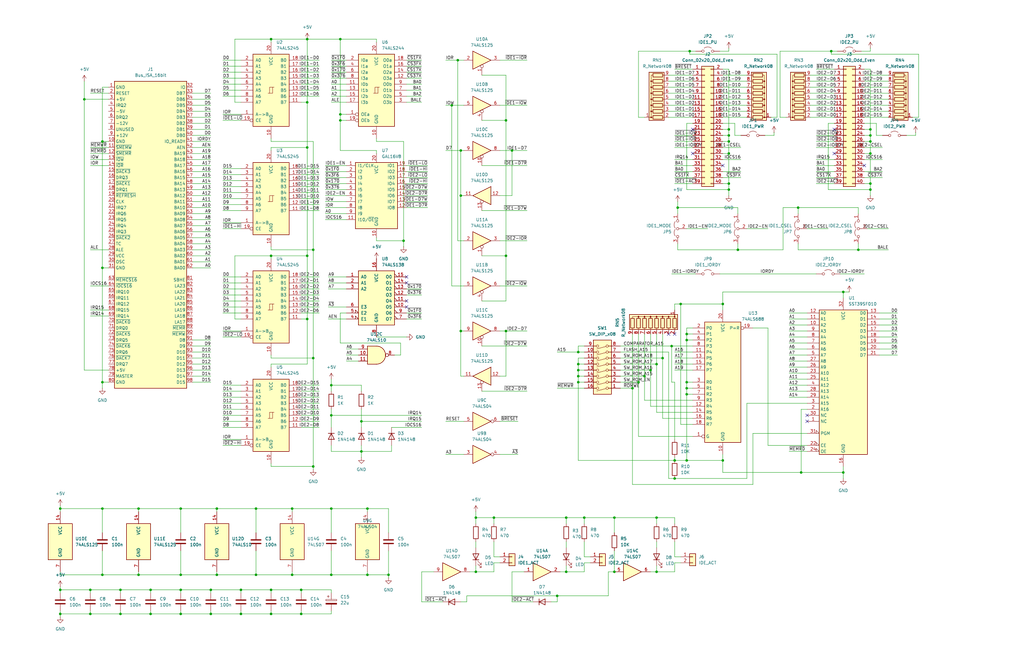
<source format=kicad_sch>
(kicad_sch (version 20231120) (generator "eeschema") (generator_version "8.0")
  (paper "USLedger")
  (title_block (title "The Importance Of Being IDE") (date "2024-08-18") (rev "1"))
  (junction (at 367.03 59.69))
  (junction (at 350.52 21.59))
  (junction (at 154.94 242.57))
  (junction (at 246.38 218.44))
  (junction (at 213.36 50.8))
  (junction (at 76.2 259.08))
  (junction (at 200.66 218.44))
  (junction (at 114.3 16.51))
  (junction (at 123.19 214.63))
  (junction (at 88.9 259.08))
  (junction (at 213.36 139.7))
  (junction (at 276.86 153.67))
  (junction (at 127 259.08))
  (junction (at 213.36 107.95))
  (junction (at 269.24 161.29))
  (junction (at 43.18 161.29))
  (junction (at 289.56 166.37))
  (junction (at 58.42 214.63))
  (junction (at 355.6 199.39))
  (junction (at 274.32 156.21))
  (junction (at 132.08 151.13))
  (junction (at 101.6 248.92))
  (junction (at 107.95 242.57))
  (junction (at 139.7 162.56))
  (junction (at 336.55 87.63))
  (junction (at 143.51 48.26))
  (junction (at 290.83 21.59))
  (junction (at 129.54 134.62))
  (junction (at 238.76 241.3))
  (junction (at 259.08 241.3))
  (junction (at 127 248.92))
  (junction (at 43.18 113.03))
  (junction (at 271.78 158.75))
  (junction (at 287.02 128.27))
  (junction (at 283.21 146.05))
  (junction (at 279.4 151.13))
  (junction (at 367.03 57.15))
  (junction (at 307.34 77.47))
  (junction (at 284.48 194.31))
  (junction (at 143.51 16.51))
  (junction (at 25.4 259.08))
  (junction (at 170.18 101.6))
  (junction (at 152.4 190.5))
  (junction (at 132.08 196.85))
  (junction (at 25.4 214.63))
  (junction (at 259.08 218.44))
  (junction (at 238.76 218.44))
  (junction (at 129.54 16.51))
  (junction (at 243.84 158.75))
  (junction (at 276.86 218.44))
  (junction (at 50.8 259.08))
  (junction (at 139.7 175.26))
  (junction (at 58.42 242.57))
  (junction (at 284.48 201.93))
  (junction (at 154.94 214.63))
  (junction (at 139.7 214.63))
  (junction (at 307.34 54.61))
  (junction (at 243.84 148.59))
  (junction (at 43.18 59.69))
  (junction (at 101.6 259.08))
  (junction (at 76.2 242.57))
  (junction (at 285.75 87.63))
  (junction (at 76.2 248.92))
  (junction (at 367.03 64.77))
  (junction (at 76.2 214.63))
  (junction (at 152.4 177.8))
  (junction (at 307.34 59.69))
  (junction (at 243.84 153.67))
  (junction (at 307.34 64.77))
  (junction (at 193.04 25.4))
  (junction (at 43.18 214.63))
  (junction (at 307.34 80.01))
  (junction (at 132.08 105.41))
  (junction (at 43.18 242.57))
  (junction (at 200.66 241.3))
  (junction (at 114.3 259.08))
  (junction (at 215.9 63.5))
  (junction (at 194.31 63.5))
  (junction (at 304.8 194.31))
  (junction (at 194.31 82.55))
  (junction (at 25.4 248.92))
  (junction (at 88.9 248.92))
  (junction (at 243.84 156.21))
  (junction (at 143.51 50.8))
  (junction (at 304.8 128.27))
  (junction (at 163.83 242.57))
  (junction (at 190.5 44.45))
  (junction (at 91.44 214.63))
  (junction (at 139.7 242.57))
  (junction (at 289.56 143.51))
  (junction (at 208.28 218.44))
  (junction (at 91.44 242.57))
  (junction (at 38.1 259.08))
  (junction (at 63.5 259.08))
  (junction (at 114.3 107.95))
  (junction (at 38.1 248.92))
  (junction (at 129.54 43.18))
  (junction (at 367.03 54.61))
  (junction (at 107.95 214.63))
  (junction (at 114.3 248.92))
  (junction (at 289.56 140.97))
  (junction (at 123.19 242.57))
  (junction (at 234.95 251.46))
  (junction (at 266.7 163.83))
  (junction (at 50.8 248.92))
  (junction (at 361.95 105.41))
  (junction (at 129.54 107.95))
  (junction (at 35.56 41.91))
  (junction (at 307.34 57.15))
  (junction (at 63.5 248.92))
  (junction (at 311.15 105.41))
  (junction (at 194.31 139.7))
  (junction (at 289.56 161.29))
  (junction (at 367.03 77.47))
  (junction (at 289.56 194.31))
  (junction (at 129.54 62.23))
  (junction (at 243.84 161.29))
  (junction (at 367.03 80.01))
  (junction (at 337.82 199.39))
  (junction (at 289.56 163.83))
  (junction (at 276.86 241.3))
  (junction (at 355.6 123.19))
  (no_connect (at 351.79 64.77))
  (no_connect (at 284.48 140.97))
  (no_connect (at 171.45 116.84))
  (no_connect (at 364.49 69.85))
  (no_connect (at 304.8 69.85))
  (no_connect (at 340.36 175.26))
  (no_connect (at 171.45 119.38))
  (no_connect (at 292.1 54.61))
  (no_connect (at 171.45 129.54))
  (no_connect (at 171.45 127))
  (no_connect (at 351.79 54.61))
  (no_connect (at 281.94 140.97))
  (no_connect (at 340.36 177.8))
  (no_connect (at 292.1 64.77))
  (wire (pts (xy 364.49 44.45) (xy 374.65 44.45)))
  (wire (pts (xy 38.1 259.08) (xy 50.8 259.08)))
  (wire (pts (xy 163.83 242.57) (xy 163.83 243.84)))
  (wire (pts (xy 137.16 90.17) (xy 146.05 90.17)))
  (wire (pts (xy 344.17 72.39) (xy 351.79 72.39)))
  (wire (pts (xy 367.03 80.01) (xy 367.03 82.55)))
  (wire (pts (xy 25.4 257.81) (xy 25.4 259.08)))
  (wire (pts (xy 138.43 121.92) (xy 146.05 121.92)))
  (wire (pts (xy 132.08 105.41) (xy 132.08 151.13)))
  (wire (pts (xy 171.45 33.02) (xy 177.8 33.02)))
  (wire (pts (xy 171.45 134.62) (xy 177.8 134.62)))
  (wire (pts (xy 370.84 149.86) (xy 378.46 149.86)))
  (wire (pts (xy 307.34 80.01) (xy 307.34 82.55)))
  (wire (pts (xy 81.28 57.15) (xy 88.9 57.15)))
  (wire (pts (xy 243.84 148.59) (xy 243.84 146.05)))
  (wire (pts (xy 344.17 57.15) (xy 351.79 57.15)))
  (wire (pts (xy 146.05 38.1) (xy 139.7 38.1)))
  (wire (pts (xy 146.05 149.86) (xy 151.13 149.86)))
  (wire (pts (xy 284.48 185.42) (xy 284.48 161.29)))
  (wire (pts (xy 137.16 87.63) (xy 146.05 87.63)))
  (wire (pts (xy 340.36 137.16) (xy 332.74 137.16)))
  (wire (pts (xy 158.75 16.51) (xy 158.75 17.78)))
  (wire (pts (xy 367.03 64.77) (xy 367.03 77.47)))
  (wire (pts (xy 307.34 77.47) (xy 307.34 80.01)))
  (wire (pts (xy 50.8 248.92) (xy 50.8 250.19)))
  (wire (pts (xy 285.75 85.09) (xy 285.75 87.63)))
  (wire (pts (xy 81.28 39.37) (xy 88.9 39.37)))
  (wire (pts (xy 81.28 161.29) (xy 88.9 161.29)))
  (wire (pts (xy 213.36 107.95) (xy 213.36 50.8)))
  (wire (pts (xy 292.1 148.59) (xy 284.48 148.59)))
  (wire (pts (xy 194.31 82.55) (xy 194.31 139.7)))
  (wire (pts (xy 170.18 101.6) (xy 158.75 101.6)))
  (wire (pts (xy 213.36 50.8) (xy 213.36 31.75)))
  (wire (pts (xy 43.18 113.03) (xy 43.18 161.29)))
  (wire (pts (xy 200.66 241.3) (xy 200.66 238.76)))
  (wire (pts (xy 127 81.28) (xy 134.62 81.28)))
  (wire (pts (xy 171.45 121.92) (xy 177.8 121.92)))
  (wire (pts (xy 93.98 139.7) (xy 101.6 139.7)))
  (wire (pts (xy 43.18 161.29) (xy 45.72 161.29)))
  (wire (pts (xy 93.98 50.8) (xy 101.6 50.8)))
  (wire (pts (xy 146.05 152.4) (xy 151.13 152.4)))
  (wire (pts (xy 123.19 214.63) (xy 123.19 215.9)))
  (wire (pts (xy 284.48 62.23) (xy 292.1 62.23)))
  (wire (pts (xy 215.9 254) (xy 224.79 254)))
  (wire (pts (xy 290.83 21.59) (xy 269.24 21.59)))
  (wire (pts (xy 101.6 25.4) (xy 93.98 25.4)))
  (wire (pts (xy 341.63 36.83) (xy 351.79 36.83)))
  (wire (pts (xy 127 88.9) (xy 134.62 88.9)))
  (wire (pts (xy 367.03 29.21) (xy 367.03 54.61)))
  (wire (pts (xy 344.17 67.31) (xy 351.79 67.31)))
  (wire (pts (xy 123.19 214.63) (xy 107.95 214.63)))
  (wire (pts (xy 43.18 59.69) (xy 43.18 113.03)))
  (wire (pts (xy 364.49 74.93) (xy 372.11 74.93)))
  (wire (pts (xy 114.3 149.86) (xy 114.3 151.13)))
  (wire (pts (xy 232.41 254) (xy 234.95 254)))
  (wire (pts (xy 107.95 242.57) (xy 123.19 242.57)))
  (wire (pts (xy 340.36 172.72) (xy 337.82 172.72)))
  (wire (pts (xy 340.36 147.32) (xy 332.74 147.32)))
  (wire (pts (xy 81.28 44.45) (xy 88.9 44.45)))
  (wire (pts (xy 243.84 158.75) (xy 246.38 158.75)))
  (wire (pts (xy 101.6 259.08) (xy 114.3 259.08)))
  (wire (pts (xy 364.49 52.07) (xy 369.57 52.07)))
  (wire (pts (xy 283.21 146.05) (xy 292.1 146.05)))
  (wire (pts (xy 349.25 52.07) (xy 351.79 52.07)))
  (wire (pts (xy 289.56 138.43) (xy 289.56 140.97)))
  (wire (pts (xy 154.94 214.63) (xy 154.94 215.9)))
  (wire (pts (xy 139.7 214.63) (xy 139.7 224.79)))
  (wire (pts (xy 81.28 67.31) (xy 88.9 67.31)))
  (wire (pts (xy 101.6 257.81) (xy 101.6 259.08)))
  (wire (pts (xy 341.63 44.45) (xy 351.79 44.45)))
  (wire (pts (xy 152.4 162.56) (xy 152.4 165.1)))
  (wire (pts (xy 269.24 161.29) (xy 261.62 161.29)))
  (wire (pts (xy 365.76 96.52) (xy 374.65 96.52)))
  (wire (pts (xy 281.94 41.91) (xy 292.1 41.91)))
  (wire (pts (xy 304.8 77.47) (xy 307.34 77.47)))
  (wire (pts (xy 81.28 77.47) (xy 88.9 77.47)))
  (wire (pts (xy 203.2 165.1) (xy 222.25 165.1)))
  (wire (pts (xy 101.6 76.2) (xy 93.98 76.2)))
  (wire (pts (xy 259.08 224.79) (xy 259.08 218.44)))
  (wire (pts (xy 101.6 124.46) (xy 93.98 124.46)))
  (wire (pts (xy 146.05 50.8) (xy 143.51 50.8)))
  (wire (pts (xy 281.94 44.45) (xy 292.1 44.45)))
  (wire (pts (xy 43.18 242.57) (xy 58.42 242.57)))
  (wire (pts (xy 203.2 107.95) (xy 213.36 107.95)))
  (wire (pts (xy 99.06 43.18) (xy 101.6 43.18)))
  (wire (pts (xy 284.48 193.04) (xy 284.48 194.31)))
  (wire (pts (xy 281.94 148.59) (xy 261.62 148.59)))
  (wire (pts (xy 138.43 119.38) (xy 146.05 119.38)))
  (wire (pts (xy 328.93 49.53) (xy 331.47 49.53)))
  (wire (pts (xy 63.5 257.81) (xy 63.5 259.08)))
  (wire (pts (xy 355.6 123.19) (xy 358.14 123.19)))
  (wire (pts (xy 143.51 144.78) (xy 168.91 144.78)))
  (wire (pts (xy 127 38.1) (xy 134.62 38.1)))
  (wire (pts (xy 143.51 16.51) (xy 158.75 16.51)))
  (wire (pts (xy 93.98 96.52) (xy 101.6 96.52)))
  (wire (pts (xy 163.83 224.79) (xy 163.83 214.63)))
  (wire (pts (xy 292.1 171.45) (xy 274.32 171.45)))
  (wire (pts (xy 114.3 63.5) (xy 114.3 62.23)))
  (wire (pts (xy 337.82 172.72) (xy 337.82 199.39)))
  (wire (pts (xy 213.36 31.75) (xy 203.2 31.75)))
  (wire (pts (xy 364.49 67.31) (xy 372.11 67.31)))
  (wire (pts (xy 292.1 179.07) (xy 287.02 179.07)))
  (wire (pts (xy 101.6 162.56) (xy 93.98 162.56)))
  (wire (pts (xy 35.56 156.21) (xy 35.56 41.91)))
  (wire (pts (xy 127 119.38) (xy 134.62 119.38)))
  (wire (pts (xy 213.36 139.7) (xy 213.36 158.75)))
  (wire (pts (xy 317.5 138.43) (xy 323.85 138.43)))
  (wire (pts (xy 210.82 234.95) (xy 208.28 234.95)))
  (wire (pts (xy 76.2 232.41) (xy 76.2 242.57)))
  (wire (pts (xy 336.55 102.87) (xy 336.55 105.41)))
  (wire (pts (xy 127 170.18) (xy 134.62 170.18)))
  (wire (pts (xy 127 248.92) (xy 127 250.19)))
  (wire (pts (xy 132.08 196.85) (xy 132.08 198.12)))
  (wire (pts (xy 284.48 218.44) (xy 284.48 220.98)))
  (wire (pts (xy 285.75 87.63) (xy 285.75 90.17)))
  (wire (pts (xy 340.36 152.4) (xy 332.74 152.4)))
  (wire (pts (xy 127 40.64) (xy 134.62 40.64)))
  (wire (pts (xy 271.78 168.91) (xy 271.78 158.75)))
  (wire (pts (xy 261.62 146.05) (xy 283.21 146.05)))
  (wire (pts (xy 171.45 74.93) (xy 180.34 74.93)))
  (wire (pts (xy 210.82 120.65) (xy 222.25 120.65)))
  (wire (pts (xy 101.6 81.28) (xy 93.98 81.28)))
  (wire (pts (xy 38.1 120.65) (xy 45.72 120.65)))
  (wire (pts (xy 170.18 101.6) (xy 170.18 104.14)))
  (wire (pts (xy 304.8 123.19) (xy 304.8 128.27)))
  (wire (pts (xy 367.03 20.32) (xy 367.03 21.59)))
  (wire (pts (xy 171.45 43.18) (xy 177.8 43.18)))
  (wire (pts (xy 370.84 132.08) (xy 378.46 132.08)))
  (wire (pts (xy 114.3 151.13) (xy 132.08 151.13)))
  (wire (pts (xy 114.3 248.92) (xy 114.3 250.19)))
  (wire (pts (xy 101.6 127) (xy 93.98 127)))
  (wire (pts (xy 81.28 107.95) (xy 88.9 107.95)))
  (wire (pts (xy 163.83 214.63) (xy 154.94 214.63)))
  (wire (pts (xy 93.98 187.96) (xy 101.6 187.96)))
  (wire (pts (xy 340.36 165.1) (xy 332.74 165.1)))
  (wire (pts (xy 137.16 74.93) (xy 146.05 74.93)))
  (wire (pts (xy 276.86 241.3) (xy 284.48 241.3)))
  (wire (pts (xy 284.48 67.31) (xy 292.1 67.31)))
  (wire (pts (xy 234.95 148.59) (xy 243.84 148.59)))
  (wire (pts (xy 170.18 59.69) (xy 170.18 101.6)))
  (wire (pts (xy 364.49 34.29) (xy 374.65 34.29)))
  (wire (pts (xy 139.7 160.02) (xy 139.7 162.56)))
  (wire (pts (xy 25.4 242.57) (xy 43.18 242.57)))
  (wire (pts (xy 127 165.1) (xy 134.62 165.1)))
  (wire (pts (xy 143.51 132.08) (xy 143.51 144.78)))
  (wire (pts (xy 81.28 105.41) (xy 88.9 105.41)))
  (wire (pts (xy 154.94 242.57) (xy 163.83 242.57)))
  (wire (pts (xy 139.7 259.08) (xy 127 259.08)))
  (wire (pts (xy 127 175.26) (xy 134.62 175.26)))
  (wire (pts (xy 203.2 50.8) (xy 213.36 50.8)))
  (wire (pts (xy 367.03 77.47) (xy 367.03 80.01)))
  (wire (pts (xy 38.1 105.41) (xy 45.72 105.41)))
  (wire (pts (xy 43.18 214.63) (xy 25.4 214.63)))
  (wire (pts (xy 287.02 179.07) (xy 287.02 128.27)))
  (wire (pts (xy 344.17 77.47) (xy 351.79 77.47)))
  (wire (pts (xy 386.08 55.88) (xy 386.08 57.15)))
  (wire (pts (xy 139.7 172.72) (xy 139.7 175.26)))
  (wire (pts (xy 194.31 254) (xy 196.85 254)))
  (wire (pts (xy 292.1 173.99) (xy 276.86 173.99)))
  (wire (pts (xy 337.82 199.39) (xy 304.8 199.39)))
  (wire (pts (xy 218.44 191.77) (xy 210.82 191.77)))
  (wire (pts (xy 25.4 247.65) (xy 25.4 248.92)))
  (wire (pts (xy 284.48 237.49) (xy 287.02 237.49)))
  (wire (pts (xy 152.4 172.72) (xy 152.4 177.8)))
  (wire (pts (xy 158.75 59.69) (xy 170.18 59.69)))
  (wire (pts (xy 292.1 156.21) (xy 284.48 156.21)))
  (wire (pts (xy 187.96 25.4) (xy 193.04 25.4)))
  (wire (pts (xy 114.3 154.94) (xy 114.3 153.67)))
  (wire (pts (xy 158.75 101.6) (xy 158.75 100.33)))
  (wire (pts (xy 127 259.08) (xy 127 257.81)))
  (wire (pts (xy 336.55 105.41) (xy 361.95 105.41)))
  (wire (pts (xy 38.1 133.35) (xy 45.72 133.35)))
  (wire (pts (xy 158.75 64.77) (xy 158.75 63.5)))
  (wire (pts (xy 38.1 69.85) (xy 45.72 69.85)))
  (wire (pts (xy 332.74 190.5) (xy 340.36 190.5)))
  (wire (pts (xy 171.45 40.64) (xy 177.8 40.64)))
  (wire (pts (xy 210.82 101.6) (xy 222.25 101.6)))
  (wire (pts (xy 361.95 102.87) (xy 361.95 105.41)))
  (wire (pts (xy 369.57 52.07) (xy 369.57 57.15)))
  (wire (pts (xy 367.03 57.15) (xy 367.03 59.69)))
  (wire (pts (xy 114.3 153.67) (xy 129.54 153.67)))
  (wire (pts (xy 274.32 156.21) (xy 261.62 156.21)))
  (wire (pts (xy 284.48 234.95) (xy 284.48 228.6)))
  (wire (pts (xy 163.83 232.41) (xy 163.83 242.57)))
  (wire (pts (xy 101.6 33.02) (xy 93.98 33.02)))
  (wire (pts (xy 341.63 34.29) (xy 351.79 34.29)))
  (wire (pts (xy 234.95 163.83) (xy 246.38 163.83)))
  (wire (pts (xy 81.28 95.25) (xy 88.9 95.25)))
  (wire (pts (xy 274.32 140.97) (xy 274.32 156.21)))
  (wire (pts (xy 210.82 177.8) (xy 218.44 177.8)))
  (wire (pts (xy 76.2 214.63) (xy 58.42 214.63)))
  (wire (pts (xy 91.44 241.3) (xy 91.44 242.57)))
  (wire (pts (xy 289.56 161.29) (xy 292.1 161.29)))
  (wire (pts (xy 364.49 72.39) (xy 372.11 72.39)))
  (wire (pts (xy 43.18 214.63) (xy 43.18 224.79)))
  (wire (pts (xy 281.94 34.29) (xy 292.1 34.29)))
  (wire (pts (xy 99.06 107.95) (xy 99.06 134.62)))
  (wire (pts (xy 114.3 107.95) (xy 129.54 107.95)))
  (wire (pts (xy 317.5 182.88) (xy 340.36 182.88)))
  (wire (pts (xy 238.76 241.3) (xy 246.38 241.3)))
  (wire (pts (xy 238.76 218.44) (xy 208.28 218.44)))
  (wire (pts (xy 25.4 259.08) (xy 25.4 260.35)))
  (wire (pts (xy 127 127) (xy 134.62 127)))
  (wire (pts (xy 307.34 59.69) (xy 307.34 64.77)))
  (wire (pts (xy 81.28 143.51) (xy 88.9 143.51)))
  (wire (pts (xy 236.22 241.3) (xy 238.76 241.3)))
  (wire (pts (xy 341.63 41.91) (xy 351.79 41.91)))
  (wire (pts (xy 127 76.2) (xy 134.62 76.2)))
  (wire (pts (xy 194.31 63.5) (xy 187.96 63.5)))
  (wire (pts (xy 132.08 59.69) (xy 132.08 105.41)))
  (wire (pts (xy 243.84 194.31) (xy 243.84 161.29)))
  (wire (pts (xy 290.83 21.59) (xy 290.83 22.86)))
  (wire (pts (xy 210.82 25.4) (xy 222.25 25.4)))
  (wire (pts (xy 138.43 134.62) (xy 146.05 134.62)))
  (wire (pts (xy 127 248.92) (xy 139.7 248.92)))
  (wire (pts (xy 177.8 254) (xy 186.69 254)))
  (wire (pts (xy 289.56 143.51) (xy 289.56 161.29)))
  (wire (pts (xy 38.1 248.92) (xy 50.8 248.92)))
  (wire (pts (xy 213.36 127) (xy 213.36 107.95)))
  (wire (pts (xy 289.56 163.83) (xy 289.56 161.29)))
  (wire (pts (xy 137.16 85.09) (xy 146.05 85.09)))
  (wire (pts (xy 76.2 248.92) (xy 88.9 248.92)))
  (wire (pts (xy 88.9 259.08) (xy 101.6 259.08)))
  (wire (pts (xy 168.91 149.86) (xy 166.37 149.86)))
  (wire (pts (xy 364.49 64.77) (xy 367.03 64.77)))
  (wire (pts (xy 340.36 149.86) (xy 332.74 149.86)))
  (wire (pts (xy 364.49 29.21) (xy 367.03 29.21)))
  (wire (pts (xy 127 71.12) (xy 134.62 71.12)))
  (wire (pts (xy 246.38 234.95) (xy 246.38 228.6)))
  (wire (pts (xy 81.28 52.07) (xy 88.9 52.07)))
  (wire (pts (xy 317.5 204.47) (xy 317.5 182.88)))
  (wire (pts (xy 256.54 251.46) (xy 256.54 241.3)))
  (wire (pts (xy 361.95 87.63) (xy 361.95 90.17)))
  (wire (pts (xy 287.02 234.95) (xy 284.48 234.95)))
  (wire (pts (xy 194.31 82.55) (xy 195.58 82.55)))
  (wire (pts (xy 81.28 46.99) (xy 88.9 46.99)))
  (wire (pts (xy 25.4 248.92) (xy 38.1 248.92)))
  (wire (pts (xy 292.1 153.67) (xy 284.48 153.67)))
  (wire (pts (xy 81.28 80.01) (xy 88.9 80.01)))
  (wire (pts (xy 50.8 259.08) (xy 63.5 259.08)))
  (wire (pts (xy 81.28 113.03) (xy 88.9 113.03)))
  (wire (pts (xy 292.1 184.15) (xy 269.24 184.15)))
  (wire (pts (xy 287.02 128.27) (xy 284.48 128.27)))
  (wire (pts (xy 364.49 46.99) (xy 374.65 46.99)))
  (wire (pts (xy 279.4 151.13) (xy 261.62 151.13)))
  (wire (pts (xy 190.5 44.45) (xy 190.5 120.65)))
  (wire (pts (xy 327.66 22.86) (xy 327.66 49.53)))
  (wire (pts (xy 114.3 16.51) (xy 99.06 16.51)))
  (wire (pts (xy 287.02 128.27) (xy 304.8 128.27)))
  (wire (pts (xy 58.42 242.57) (xy 76.2 242.57)))
  (wire (pts (xy 269.24 140.97) (xy 269.24 161.29)))
  (wire (pts (xy 25.4 248.92) (xy 25.4 250.19)))
  (wire (pts (xy 123.19 242.57) (xy 139.7 242.57)))
  (wire (pts (xy 353.06 21.59) (xy 350.52 21.59)))
  (wire (pts (xy 129.54 62.23) (xy 129.54 43.18)))
  (wire (pts (xy 336.55 87.63) (xy 361.95 87.63)))
  (wire (pts (xy 285.75 102.87) (xy 285.75 105.41)))
  (wire (pts (xy 234.95 251.46) (xy 256.54 251.46)))
  (wire (pts (xy 350.52 22.86) (xy 387.35 22.86)))
  (wire (pts (xy 210.82 82.55) (xy 215.9 82.55)))
  (wire (pts (xy 127 73.66) (xy 134.62 73.66)))
  (wire (pts (xy 139.7 175.26) (xy 177.8 175.26)))
  (wire (pts (xy 208.28 218.44) (xy 200.66 218.44)))
  (wire (pts (xy 215.9 63.5) (xy 222.25 63.5)))
  (wire (pts (xy 269.24 21.59) (xy 269.24 49.53)))
  (wire (pts (xy 304.8 128.27) (xy 304.8 130.81)))
  (wire (pts (xy 25.4 259.08) (xy 38.1 259.08)))
  (wire (pts (xy 243.84 158.75) (xy 243.84 156.21)))
  (wire (pts (xy 289.56 194.31) (xy 289.56 166.37)))
  (wire (pts (xy 238.76 218.44) (xy 238.76 220.98)))
  (wire (pts (xy 143.51 63.5) (xy 143.51 50.8)))
  (wire (pts (xy 364.49 59.69) (xy 367.03 59.69)))
  (wire (pts (xy 81.28 153.67) (xy 88.9 153.67)))
  (wire (pts (xy 81.28 41.91) (xy 88.9 41.91)))
  (wire (pts (xy 193.04 25.4) (xy 195.58 25.4)))
  (wire (pts (xy 340.36 139.7) (xy 332.74 139.7)))
  (wire (pts (xy 58.42 241.3) (xy 58.42 242.57)))
  (wire (pts (xy 340.36 132.08) (xy 332.74 132.08)))
  (wire (pts (xy 146.05 48.26) (xy 143.51 48.26)))
  (wire (pts (xy 289.56 80.01) (xy 289.56 52.07)))
  (wire (pts (xy 139.7 175.26) (xy 139.7 180.34)))
  (wire (pts (xy 152.4 190.5) (xy 139.7 190.5)))
  (wire (pts (xy 364.49 31.75) (xy 374.65 31.75)))
  (wire (pts (xy 129.54 16.51) (xy 143.51 16.51)))
  (wire (pts (xy 101.6 180.34) (xy 93.98 180.34)))
  (wire (pts (xy 367.03 80.01) (xy 349.25 80.01)))
  (wire (pts (xy 81.28 100.33) (xy 88.9 100.33)))
  (wire (pts (xy 114.3 17.78) (xy 114.3 16.51)))
  (wire (pts (xy 91.44 242.57) (xy 107.95 242.57)))
  (wire (pts (xy 114.3 58.42) (xy 114.3 59.69)))
  (wire (pts (xy 81.28 156.21) (xy 88.9 156.21)))
  (wire (pts (xy 146.05 40.64) (xy 139.7 40.64)))
  (wire (pts (xy 81.28 72.39) (xy 88.9 72.39)))
  (wire (pts (xy 370.84 147.32) (xy 378.46 147.32)))
  (wire (pts (xy 127 132.08) (xy 134.62 132.08)))
  (wire (pts (xy 114.3 259.08) (xy 127 259.08)))
  (wire (pts (xy 43.18 59.69) (xy 45.72 59.69)))
  (wire (pts (xy 340.36 157.48) (xy 332.74 157.48)))
  (wire (pts (xy 289.56 166.37) (xy 289.56 163.83)))
  (wire (pts (xy 210.82 139.7) (xy 213.36 139.7)))
  (wire (pts (xy 309.88 52.07) (xy 309.88 57.15)))
  (wire (pts (xy 290.83 22.86) (xy 327.66 22.86)))
  (wire (pts (xy 76.2 259.08) (xy 88.9 259.08)))
  (wire (pts (xy 194.31 139.7) (xy 195.58 139.7)))
  (wire (pts (xy 38.1 130.81) (xy 45.72 130.81)))
  (wire (pts (xy 171.45 69.85) (xy 180.34 69.85)))
  (wire (pts (xy 276.86 218.44) (xy 284.48 218.44)))
  (wire (pts (xy 146.05 132.08) (xy 143.51 132.08)))
  (wire (pts (xy 259.08 232.41) (xy 259.08 241.3)))
  (wire (pts (xy 364.49 41.91) (xy 374.65 41.91)))
  (wire (pts (xy 370.84 137.16) (xy 378.46 137.16)))
  (wire (pts (xy 76.2 214.63) (xy 76.2 224.79)))
  (wire (pts (xy 304.8 39.37) (xy 314.96 39.37)))
  (wire (pts (xy 276.86 173.99) (xy 276.86 153.67)))
  (wire (pts (xy 367.03 54.61) (xy 367.03 57.15)))
  (wire (pts (xy 289.56 140.97) (xy 292.1 140.97)))
  (wire (pts (xy 281.94 31.75) (xy 292.1 31.75)))
  (wire (pts (xy 25.4 213.36) (xy 25.4 214.63)))
  (wire (pts (xy 171.45 35.56) (xy 177.8 35.56)))
  (wire (pts (xy 101.6 35.56) (xy 93.98 35.56)))
  (wire (pts (xy 81.28 151.13) (xy 88.9 151.13)))
  (wire (pts (xy 246.38 237.49) (xy 248.92 237.49)))
  (wire (pts (xy 99.06 16.51) (xy 99.06 43.18)))
  (wire (pts (xy 81.28 62.23) (xy 88.9 62.23)))
  (wire (pts (xy 171.45 82.55) (xy 180.34 82.55)))
  (wire (pts (xy 243.84 161.29) (xy 243.84 158.75)))
  (wire (pts (xy 101.6 86.36) (xy 93.98 86.36)))
  (wire (pts (xy 281.94 36.83) (xy 292.1 36.83)))
  (wire (pts (xy 101.6 116.84) (xy 93.98 116.84)))
  (wire (pts (xy 127 162.56) (xy 134.62 162.56)))
  (wire (pts (xy 165.1 190.5) (xy 165.1 187.96)))
  (wire (pts (xy 323.85 187.96) (xy 340.36 187.96)))
  (wire (pts (xy 139.7 43.18) (xy 146.05 43.18)))
  (wire (pts (xy 76.2 242.57) (xy 91.44 242.57)))
  (wire (pts (xy 289.56 143.51) (xy 292.1 143.51)))
  (wire (pts (xy 127 172.72) (xy 134.62 172.72)))
  (wire (pts (xy 129.54 43.18) (xy 127 43.18)))
  (wire (pts (xy 340.36 96.52) (xy 349.25 96.52)))
  (wire (pts (xy 364.49 36.83) (xy 374.65 36.83)))
  (wire (pts (xy 215.9 241.3) (xy 215.9 254)))
  (wire (pts (xy 101.6 71.12) (xy 93.98 71.12)))
  (wire (pts (xy 279.4 140.97) (xy 279.4 151.13)))
  (wire (pts (xy 101.6 38.1) (xy 93.98 38.1)))
  (wire (pts (xy 81.28 87.63) (xy 88.9 87.63)))
  (wire (pts (xy 187.96 191.77) (xy 195.58 191.77)))
  (wire (pts (xy 350.52 21.59) (xy 350.52 22.86)))
  (wire (pts (xy 114.3 196.85) (xy 114.3 195.58)))
  (wire (pts (xy 292.1 168.91) (xy 271.78 168.91)))
  (wire (pts (xy 139.7 214.63) (xy 123.19 214.63)))
  (wire (pts (xy 279.4 176.53) (xy 279.4 151.13)))
  (wire (pts (xy 341.63 46.99) (xy 351.79 46.99)))
  (wire (pts (xy 292.1 151.13) (xy 284.48 151.13)))
  (wire (pts (xy 327.66 49.53) (xy 325.12 49.53)))
  (wire (pts (xy 304.8 191.77) (xy 304.8 194.31)))
  (wire (pts (xy 220.98 241.3) (xy 215.9 241.3)))
  (wire (pts (xy 187.96 44.45) (xy 190.5 44.45)))
  (wire (pts (xy 81.28 69.85) (xy 88.9 69.85)))
  (wire (pts (xy 127 177.8) (xy 134.62 177.8)))
  (wire (pts (xy 243.84 153.67) (xy 246.38 153.67)))
  (wire (pts (xy 210.82 44.45) (xy 222.25 44.45)))
  (wire (pts (xy 303.53 115.57) (xy 344.17 115.57)))
  (wire (pts (xy 38.1 39.37) (xy 45.72 39.37)))
  (wire (pts (xy 246.38 218.44) (xy 246.38 220.98)))
  (wire (pts (xy 139.7 162.56) (xy 139.7 165.1)))
  (wire (pts (xy 38.1 248.92) (xy 38.1 250.19)))
  (wire (pts (xy 203.2 69.85) (xy 222.25 69.85)))
  (wire (pts (xy 76.2 257.81) (xy 76.2 259.08)))
  (wire (pts (xy 146.05 33.02) (xy 139.7 33.02)))
  (wire (pts (xy 45.72 36.83) (xy 43.18 36.83)))
  (wire (pts (xy 114.3 16.51) (xy 129.54 16.51)))
  (wire (pts (xy 243.84 156.21) (xy 243.84 153.67)))
  (wire (pts (xy 50.8 248.92) (xy 63.5 248.92)))
  (wire (pts (xy 284.48 161.29) (xy 283.21 161.29)))
  (wire (pts (xy 171.45 25.4) (xy 177.8 25.4)))
  (wire (pts (xy 289.56 140.97) (xy 289.56 143.51)))
  (wire (pts (xy 259.08 218.44) (xy 246.38 218.44)))
  (wire (pts (xy 304.8 72.39) (xy 312.42 72.39)))
  (wire (pts (xy 43.18 113.03) (xy 45.72 113.03)))
  (wire (pts (xy 38.1 257.81) (xy 38.1 259.08)))
  (wire (pts (xy 340.36 142.24) (xy 332.74 142.24)))
  (wire (pts (xy 340.36 154.94) (xy 332.74 154.94)))
  (wire (pts (xy 127 116.84) (xy 134.62 116.84)))
  (wire (pts (xy 196.85 251.46) (xy 234.95 251.46)))
  (wire (pts (xy 146.05 147.32) (xy 151.13 147.32)))
  (wire (pts (xy 304.8 54.61) (xy 307.34 54.61)))
  (wire (pts (xy 99.06 134.62) (xy 101.6 134.62)))
  (wire (pts (xy 364.49 77.47) (xy 367.03 77.47)))
  (wire (pts (xy 93.98 93.98) (xy 101.6 93.98)))
  (wire (pts (xy 281.94 201.93) (xy 281.94 148.59)))
  (wire (pts (xy 304.8 67.31) (xy 312.42 67.31)))
  (wire (pts (xy 171.45 80.01) (xy 180.34 80.01)))
  (wire (pts (xy 45.72 156.21) (xy 35.56 156.21)))
  (wire (pts (xy 281.94 49.53) (xy 292.1 49.53)))
  (wire (pts (xy 330.2 105.41) (xy 330.2 87.63)))
  (wire (pts (xy 88.9 257.81) (xy 88.9 259.08)))
  (wire (pts (xy 370.84 144.78) (xy 378.46 144.78)))
  (wire (pts (xy 283.21 115.57) (xy 293.37 115.57)))
  (wire (pts (xy 81.28 146.05) (xy 88.9 146.05)))
  (wire (pts (xy 304.8 64.77) (xy 307.34 64.77)))
  (wire (pts (xy 344.17 29.21) (xy 351.79 29.21)))
  (wire (pts (xy 304.8 59.69) (xy 307.34 59.69)))
  (wire (pts (xy 284.48 59.69) (xy 292.1 59.69)))
  (wire (pts (xy 304.8 57.15) (xy 307.34 57.15)))
  (wire (pts (xy 364.49 39.37) (xy 374.65 39.37)))
  (wire (pts (xy 101.6 30.48) (xy 93.98 30.48)))
  (wire (pts (xy 81.28 92.71) (xy 88.9 92.71)))
  (wire (pts (xy 304.8 62.23) (xy 312.42 62.23)))
  (wire (pts (xy 266.7 204.47) (xy 317.5 204.47)))
  (wire (pts (xy 364.49 54.61) (xy 367.03 54.61)))
  (wire (pts (xy 139.7 162.56) (xy 152.4 162.56)))
  (wire (pts (xy 43.18 232.41) (xy 43.18 242.57)))
  (wire (pts (xy 355.6 123.19) (xy 304.8 123.19)))
  (wire (pts (xy 76.2 248.92) (xy 76.2 250.19)))
  (wire (pts (xy 284.48 69.85) (xy 292.1 69.85)))
  (wire (pts (xy 194.31 139.7) (xy 194.31 158.75)))
  (wire (pts (xy 276.86 228.6) (xy 276.86 231.14)))
  (wire (pts (xy 210.82 158.75) (xy 213.36 158.75)))
  (wire (pts (xy 129.54 107.95) (xy 129.54 134.62)))
  (wire (pts (xy 137.16 69.85) (xy 146.05 69.85)))
  (wire (pts (xy 137.16 72.39) (xy 146.05 72.39)))
  (wire (pts (xy 43.18 161.29) (xy 43.18 163.83)))
  (wire (pts (xy 261.62 163.83) (xy 266.7 163.83)))
  (wire (pts (xy 208.28 234.95) (xy 208.28 228.6)))
  (wire (pts (xy 129.54 62.23) (xy 129.54 107.95)))
  (wire (pts (xy 307.34 64.77) (xy 307.34 77.47)))
  (wire (pts (xy 171.45 132.08) (xy 177.8 132.08)))
  (wire (pts (xy 101.6 88.9) (xy 93.98 88.9)))
  (wire (pts (xy 194.31 158.75) (xy 195.58 158.75)))
  (wire (pts (xy 195.58 63.5) (xy 194.31 63.5)))
  (wire (pts (xy 208.28 241.3) (xy 208.28 237.49)))
  (wire (pts (xy 304.8 49.53) (xy 314.96 49.53)))
  (wire (pts (xy 274.32 171.45) (xy 274.32 156.21)))
  (wire (pts (xy 203.2 127) (xy 213.36 127)))
  (wire (pts (xy 354.33 115.57) (xy 364.49 115.57)))
  (wire (pts (xy 139.7 190.5) (xy 139.7 187.96)))
  (wire (pts (xy 293.37 21.59) (xy 290.83 21.59)))
  (wire (pts (xy 143.51 50.8) (xy 143.51 48.26)))
  (wire (pts (xy 350.52 21.59) (xy 328.93 21.59)))
  (wire (pts (xy 289.56 96.52) (xy 298.45 96.52)))
  (wire (pts (xy 364.49 62.23) (xy 372.11 62.23)))
  (wire (pts (xy 271.78 158.75) (xy 261.62 158.75)))
  (wire (pts (xy 107.95 214.63) (xy 107.95 224.79)))
  (wire (pts (xy 340.36 167.64) (xy 332.74 167.64)))
  (wire (pts (xy 63.5 248.92) (xy 76.2 248.92)))
  (wire (pts (xy 281.94 46.99) (xy 292.1 46.99)))
  (wire (pts (xy 38.1 64.77) (xy 45.72 64.77)))
  (wire (pts (xy 101.6 121.92) (xy 93.98 121.92)))
  (wire (pts (xy 171.45 72.39) (xy 180.34 72.39)))
  (wire (pts (xy 114.3 107.95) (xy 99.06 107.95)))
  (wire (pts (xy 276.86 153.67) (xy 261.62 153.67)))
  (wire (pts (xy 266.7 140.97) (xy 266.7 163.83)))
  (wire (pts (xy 101.6 119.38) (xy 93.98 119.38)))
  (wire (pts (xy 127 83.82) (xy 134.62 83.82)))
  (wire (pts (xy 304.8 46.99) (xy 314.96 46.99)))
  (wire (pts (xy 344.17 62.23) (xy 351.79 62.23)))
  (wire (pts (xy 283.21 161.29) (xy 283.21 146.05)))
  (wire (pts (xy 152.4 190.5) (xy 152.4 193.04)))
  (wire (pts (xy 194.31 63.5) (xy 194.31 82.55)))
  (wire (pts (xy 336.55 87.63) (xy 336.55 90.17)))
  (wire (pts (xy 101.6 170.18) (xy 93.98 170.18)))
  (wire (pts (xy 337.82 199.39) (xy 355.6 199.39)))
  (wire (pts (xy 43.18 36.83) (xy 43.18 59.69)))
  (wire (pts (xy 107.95 232.41) (xy 107.95 242.57)))
  (wire (pts (xy 284.48 29.21) (xy 292.1 29.21)))
  (wire (pts (xy 314.96 96.52) (xy 323.85 96.52)))
  (wire (pts (xy 323.85 138.43) (xy 323.85 187.96)))
  (wire (pts (xy 208.28 237.49) (xy 210.82 237.49)))
  (wire (pts (xy 101.6 248.92) (xy 114.3 248.92)))
  (wire (pts (xy 152.4 187.96) (xy 152.4 190.5)))
  (wire (pts (xy 292.1 138.43) (xy 289.56 138.43)))
  (wire (pts (xy 101.6 177.8) (xy 93.98 177.8)))
  (wire (pts (xy 139.7 232.41) (xy 139.7 242.57)))
  (wire (pts (xy 146.05 25.4) (xy 139.7 25.4)))
  (wire (pts (xy 114.3 62.23) (xy 129.54 62.23)))
  (wire (pts (xy 81.28 49.53) (xy 88.9 49.53)))
  (wire (pts (xy 387.35 49.53) (xy 384.81 49.53)))
  (wire (pts (xy 50.8 257.81) (xy 50.8 259.08)))
  (wire (pts (xy 208.28 218.44) (xy 208.28 220.98)))
  (wire (pts (xy 369.57 57.15) (xy 372.11 57.15)))
  (wire (pts (xy 63.5 259.08) (xy 76.2 259.08)))
  (wire (pts (xy 171.45 38.1) (xy 177.8 38.1)))
  (wire (pts (xy 114.3 105.41) (xy 114.3 104.14)))
  (wire (pts (xy 203.2 88.9) (xy 222.25 88.9)))
  (wire (pts (xy 307.34 29.21) (xy 307.34 54.61)))
  (wire (pts (xy 101.6 248.92) (xy 101.6 250.19)))
  (wire (pts (xy 139.7 257.81) (xy 139.7 259.08)))
  (wire (pts (xy 367.03 59.69) (xy 367.03 64.77)))
  (wire (pts (xy 304.8 31.75) (xy 314.96 31.75)))
  (wire (pts (xy 190.5 120.65) (xy 195.58 120.65)))
  (wire (pts (xy 195.58 101.6) (xy 193.04 101.6)))
  (wire (pts (xy 303.53 21.59) (xy 307.34 21.59)))
  (wire (pts (xy 284.48 241.3) (xy 284.48 237.49)))
  (wire (pts (xy 137.16 92.71) (xy 146.05 92.71)))
  (wire (pts (xy 307.34 54.61) (xy 307.34 57.15)))
  (wire (pts (xy 152.4 177.8) (xy 177.8 177.8)))
  (wire (pts (xy 215.9 82.55) (xy 215.9 63.5)))
  (wire (pts (xy 311.15 87.63) (xy 285.75 87.63)))
  (wire (pts (xy 200.66 215.9) (xy 200.66 218.44)))
  (wire (pts (xy 355.6 199.39) (xy 355.6 196.85)))
  (wire (pts (xy 284.48 128.27) (xy 284.48 130.81)))
  (wire (pts (xy 138.43 116.84) (xy 146.05 116.84)))
  (wire (pts (xy 101.6 172.72) (xy 93.98 172.72)))
  (wire (pts (xy 171.45 30.48) (xy 177.8 30.48)))
  (wire (pts (xy 355.6 125.73) (xy 355.6 123.19)))
  (wire (pts (xy 344.17 59.69) (xy 351.79 59.69)))
  (wire (pts (xy 259.08 218.44) (xy 276.86 218.44)))
  (wire (pts (xy 81.28 74.93) (xy 88.9 74.93)))
  (wire (pts (xy 340.36 144.78) (xy 332.74 144.78)))
  (wire (pts (xy 127 180.34) (xy 134.62 180.34)))
  (wire (pts (xy 193.04 101.6) (xy 193.04 25.4)))
  (wire (pts (xy 91.44 214.63) (xy 76.2 214.63)))
  (wire (pts (xy 152.4 190.5) (xy 165.1 190.5)))
  (wire (pts (xy 171.45 85.09) (xy 180.34 85.09)))
  (wire (pts (xy 81.28 148.59) (xy 88.9 148.59)))
  (wire (pts (xy 35.56 34.29) (xy 35.56 41.91)))
  (wire (pts (xy 132.08 105.41) (xy 114.3 105.41)))
  (wire (pts (xy 304.8 34.29) (xy 314.96 34.29)))
  (wire (pts (xy 271.78 140.97) (xy 271.78 158.75)))
  (wire (pts (xy 340.36 134.62) (xy 332.74 134.62)))
  (wire (pts (xy 25.4 241.3) (xy 25.4 242.57)))
  (wire (pts (xy 139.7 242.57) (xy 154.94 242.57)))
  (wire (pts (xy 81.28 64.77) (xy 88.9 64.77)))
  (wire (pts (xy 137.16 80.01) (xy 146.05 80.01)))
  (wire (pts (xy 177.8 241.3) (xy 177.8 254)))
  (wire (pts (xy 246.38 218.44) (xy 238.76 218.44)))
  (wire (pts (xy 234.95 254) (xy 234.95 251.46)))
  (wire (pts (xy 139.7 248.92) (xy 139.7 250.19)))
  (wire (pts (xy 284.48 72.39) (xy 292.1 72.39)))
  (wire (pts (xy 168.91 144.78) (xy 168.91 149.86)))
  (wire (pts (xy 129.54 16.51) (xy 129.54 43.18)))
  (wire (pts (xy 213.36 139.7) (xy 222.25 139.7)))
  (wire (pts (xy 364.49 49.53) (xy 374.65 49.53)))
  (wire (pts (xy 243.84 161.29) (xy 246.38 161.29)))
  (wire (pts (xy 127 78.74) (xy 134.62 78.74)))
  (wire (pts (xy 370.84 142.24) (xy 378.46 142.24)))
  (wire (pts (xy 284.48 194.31) (xy 243.84 194.31)))
  (wire (pts (xy 127 167.64) (xy 134.62 167.64)))
  (wire (pts (xy 88.9 248.92) (xy 101.6 248.92)))
  (wire (pts (xy 138.43 129.54) (xy 146.05 129.54)))
  (wire (pts (xy 171.45 87.63) (xy 180.34 87.63)))
  (wire (pts (xy 304.8 194.31) (xy 289.56 194.31)))
  (wire (pts (xy 340.36 170.18) (xy 314.96 170.18)))
  (wire (pts (xy 101.6 73.66) (xy 93.98 73.66)))
  (wire (pts (xy 93.98 142.24) (xy 101.6 142.24)))
  (wire (pts (xy 340.36 160.02) (xy 332.74 160.02)))
  (wire (pts (xy 243.84 156.21) (xy 246.38 156.21)))
  (wire (pts (xy 101.6 129.54) (xy 93.98 129.54)))
  (wire (pts (xy 101.6 83.82) (xy 93.98 83.82)))
  (wire (pts (xy 127 121.92) (xy 134.62 121.92)))
  (wire (pts (xy 269.24 49.53) (xy 271.78 49.53)))
  (wire (pts (xy 203.2 146.05) (xy 222.25 146.05)))
  (wire (pts (xy 344.17 74.93) (xy 351.79 74.93)))
  (wire (pts (xy 137.16 82.55) (xy 146.05 82.55)))
  (wire (pts (xy 314.96 170.18) (xy 314.96 201.93)))
  (wire (pts (xy 91.44 214.63) (xy 91.44 215.9)))
  (wire (pts (xy 58.42 214.63) (xy 43.18 214.63)))
  (wire (pts (xy 81.28 54.61) (xy 88.9 54.61)))
  (wire (pts (xy 81.28 82.55) (xy 88.9 82.55)))
  (wire (pts (xy 165.1 180.34) (xy 177.8 180.34)))
  (wire (pts (xy 35.56 41.91) (xy 45.72 41.91)))
  (wire (pts (xy 289.56 166.37) (xy 292.1 166.37)))
  (wire (pts (xy 276.86 241.3) (xy 276.86 238.76)))
  (wire (pts (xy 314.96 201.93) (xy 284.48 201.93)))
  (wire (pts (xy 127 124.46) (xy 134.62 124.46)))
  (wire (pts (xy 81.28 85.09) (xy 88.9 85.09)))
  (wire (pts (xy 81.28 90.17) (xy 88.9 90.17)))
  (wire (pts (xy 281.94 39.37) (xy 292.1 39.37)))
  (wire (pts (xy 81.28 158.75) (xy 88.9 158.75)))
  (wire (pts (xy 243.84 146.05) (xy 246.38 146.05)))
  (wire (pts (xy 101.6 167.64) (xy 93.98 167.64)))
  (wire (pts (xy 284.48 201.93) (xy 281.94 201.93)))
  (wire (pts (xy 101.6 132.08) (xy 93.98 132.08)))
  (wire (pts (xy 284.48 74.93) (xy 292.1 74.93)))
  (wire (pts (xy 132.08 151.13) (xy 132.08 196.85)))
  (wire (pts (xy 154.94 241.3) (xy 154.94 242.57)))
  (wire (pts (xy 101.6 40.64) (xy 93.98 40.64)))
  (wire (pts (xy 238.76 228.6) (xy 238.76 231.14)))
  (wire (pts (xy 114.3 109.22) (xy 114.3 107.95)))
  (wire (pts (xy 152.4 177.8) (xy 152.4 180.34)))
  (wire (pts (xy 340.36 162.56) (xy 332.74 162.56)))
  (wire (pts (xy 304.8 74.93) (xy 312.42 74.93)))
  (wire (pts (xy 171.45 27.94) (xy 177.8 27.94)))
  (wire (pts (xy 307.34 80.01) (xy 289.56 80.01)))
  (wire (pts (xy 88.9 248.92) (xy 88.9 250.19)))
  (wire (pts (xy 81.28 102.87) (xy 88.9 102.87)))
  (wire (pts (xy 132.08 196.85) (xy 114.3 196.85)))
  (wire (pts (xy 215.9 63.5) (xy 210.82 63.5)))
  (wire (pts (xy 304.8 29.21) (xy 307.34 29.21)))
  (wire (pts (xy 101.6 78.74) (xy 93.98 78.74)))
  (wire (pts (xy 114.3 59.69) (xy 132.08 59.69)))
  (wire (pts (xy 292.1 176.53) (xy 279.4 176.53)))
  (wire (pts (xy 114.3 248.92) (xy 127 248.92)))
  (wire (pts (xy 304.8 41.91) (xy 314.96 41.91)))
  (wire (pts (xy 276.86 140.97) (xy 276.86 153.67)))
  (wire (pts (xy 311.15 90.17) (xy 311.15 87.63)))
  (wire (pts (xy 386.08 57.15) (xy 382.27 57.15)))
  (wire (pts (xy 330.2 87.63) (xy 336.55 87.63)))
  (wire (pts (xy 38.1 62.23) (xy 45.72 62.23)))
  (wire (pts (xy 266.7 163.83) (xy 266.7 204.47)))
  (wire (pts (xy 81.28 59.69) (xy 88.9 59.69)))
  (wire (pts (xy 276.86 218.44) (xy 276.86 220.98)))
  (wire (pts (xy 196.85 254) (xy 196.85 251.46)))
  (wire (pts (xy 93.98 185.42) (xy 101.6 185.42)))
  (wire (pts (xy 289.56 52.07) (xy 292.1 52.07)))
  (wire (pts (xy 304.8 44.45) (xy 314.96 44.45)))
  (wire (pts (xy 127 25.4) (xy 134.62 25.4)))
  (wire (pts (xy 326.39 57.15) (xy 322.58 57.15)))
  (wire (pts (xy 341.63 39.37) (xy 351.79 39.37)))
  (wire (pts (xy 127 30.48) (xy 134.62 30.48)))
  (wire (pts (xy 269.24 184.15) (xy 269.24 161.29)))
  (wire (pts (xy 307.34 57.15) (xy 307.34 59.69)))
  (wire (pts (xy 304.8 36.83) (xy 314.96 36.83)))
  (wire (pts (xy 137.16 77.47) (xy 146.05 77.47)))
  (wire (pts (xy 63.5 248.92) (xy 63.5 250.19)))
  (wire (pts (xy 243.84 148.59) (xy 246.38 148.59)))
  (wire (pts (xy 370.84 139.7) (xy 378.46 139.7)))
  (wire (pts (xy 158.75 63.5) (xy 143.51 63.5)))
  (wire (pts (xy 101.6 27.94) (xy 93.98 27.94)))
  (wire (pts (xy 361.95 105.41) (xy 374.65 105.41)))
  (wire (pts (xy 190.5 44.45) (xy 195.58 44.45)))
  (wire (pts (xy 248.92 234.95) (xy 246.38 234.95)))
  (wire (pts (xy 127 86.36) (xy 134.62 86.36)))
  (wire (pts (xy 38.1 67.31) (xy 45.72 67.31)))
  (wire (pts (xy 274.32 241.3) (xy 276.86 241.3)))
  (wire (pts (xy 182.88 241.3) (xy 177.8 241.3)))
  (wire (pts (xy 129.54 134.62) (xy 127 134.62)))
  (wire (pts (xy 304.8 52.07) (xy 309.88 52.07)))
  (wire (pts (xy 127 35.56) (xy 134.62 35.56)))
  (wire (pts (xy 25.4 214.63) (xy 25.4 215.9)))
  (wire (pts (xy 304.8 199.39) (xy 304.8 194.31)))
  (wire (pts (xy 187.96 177.8) (xy 195.58 177.8)))
  (wire (pts (xy 289.56 194.31) (xy 284.48 194.31)))
  (wire (pts (xy 311.15 105.41) (xy 330.2 105.41)))
  (wire (pts (xy 81.28 97.79) (xy 88.9 97.79)))
  (wire (pts (xy 284.48 77.47) (xy 292.1 77.47)))
  (wire (pts (xy 158.75 58.42) (xy 158.75 59.69)))
  (wire (pts (xy 146.05 30.48) (xy 139.7 30.48)))
  (wire (pts (xy 328.93 21.59) (xy 328.93 49.53)))
  (wire (pts (xy 127 129.54) (xy 134.62 129.54)))
  (wire (pts (xy 238.76 241.3) (xy 238.76 238.76)))
  (wire (pts (xy 200.66 218.44) (xy 200.66 220.98)))
  (wire (pts (xy 284.48 57.15) (xy 292.1 57.15)))
  (wire (pts (xy 127 27.94) (xy 134.62 27.94)))
  (wire (pts (xy 200.66 241.3) (xy 208.28 241.3)))
  (wire (pts (xy 326.39 55.88) (xy 326.39 57.15)))
  (wire (pts (xy 129.54 153.67) (xy 129.54 134.62)))
  (wire (pts (xy 256.54 241.3) (xy 259.08 241.3)))
  (wire (pts (xy 246.38 241.3) (xy 246.38 237.49)))
  (wire (pts (xy 143.51 48.26) (xy 143.51 16.51)))
  (wire (pts (xy 158.75 142.24) (xy 171.45 142.24)))
  (wire (pts (xy 146.05 27.94) (xy 139.7 27.94)))
  (wire (pts (xy 107.95 214.63) (xy 91.44 214.63)))
  (wire (pts (xy 341.63 49.53) (xy 351.79 49.53)))
  (wire (pts (xy 127 33.02) (xy 134.62 33.02)))
  (wire (pts (xy 341.63 31.75) (xy 351.79 31.75)))
  (wire (pts (xy 243.84 151.13) (xy 246.38 151.13)))
  (wire (pts (xy 309.88 57.15) (xy 312.42 57.15)))
  (wire (pts (xy 200.66 228.6) (xy 200.66 231.14)))
  (wire (pts (xy 363.22 21.59) (xy 367.03 21.59)))
  (wire (pts (xy 349.25 80.01) (xy 349.25 52.07)))
  (wire (pts (xy 58.42 214.63) (xy 58.42 215.9)))
  (wire (pts (xy 171.45 124.46) (xy 177.8 124.46)))
  (wire (pts (xy 81.28 110.49) (xy 88.9 110.49)))
  (wire (pts (xy 171.45 77.47) (xy 180.34 77.47)))
  (wire (pts (xy 198.12 241.3) (xy 200.66 241.3)))
  (wire (pts (xy 387.35 22.86) (xy 387.35 49.53)))
  (wire (pts (xy 355.6 199.39) (xy 355.6 201.93)))
  (wire (pts (xy 101.6 165.1) (xy 93.98 165.1)))
  (wire (pts (xy 344.17 69.85) (xy 351.79 69.85)))
  (wire (pts (xy 243.84 153.67) (xy 243.84 151.13)))
  (wire (pts (xy 364.49 57.15) (xy 367.03 57.15)))
  (wire (pts (xy 114.3 257.81) (xy 114.3 259.08)))
  (wire (pts (xy 311.15 102.87) (xy 311.15 105.41)))
  (wire (pts (xy 154.94 214.63) (xy 139.7 214.63)))
  (wire (pts (xy 289.56 163.83) (xy 292.1 163.83)))
  (wire (pts (xy 370.84 134.62) (xy 378.46 134.62)))
  (wire (pts (xy 307.34 20.32) (xy 307.34 21.59)))
  (wire (pts (xy 101.6 175.26) (xy 93.98 175.26)))
  (wire (pts (xy 146.05 35.56) (xy 139.7 35.56)))
  (wire (pts (xy 93.98 48.26) (xy 101.6 48.26)))
  (wire (pts (xy 123.19 241.3) (xy 123.19 242.57)))
  (wire (pts (xy 285.75 105.41) (xy 311.15 105.41)))
  (label "IDE2-D8" (at 134.62 180.34 180))
  (label "BA2" (at 312.42 72.39 180))
  (label "SW_ROM_A18" (at 262.89 151.13 0))
  (label "IDE2-D13" (at 134.62 167.64 180))
  (label "A4" (at 88.9 102.87 180))
  (label "D14" (at 93.98 165.1 0))
  (label "A18" (at 284.48 153.67 0))
  (label "D6" (at 378.46 147.32 180))
  (label "A6" (at 88.9 97.79 180))
  (label "IDE1-IORDY" (at 283.21 115.57 0))
  (label "~{IDE1-IOR}" (at 284.48 59.69 0))
  (label "A19" (at 284.48 156.21 0))
  (label "D10" (at 93.98 83.82 0))
  (label "~{CS1FX}" (at 177.8 25.4 180))
  (label "~{IDE2-LO}" (at 93.98 142.24 0))
  (label "A17" (at 88.9 69.85 180))
  (label "IDE2-D1" (at 134.62 119.38 180))
  (label "A9" (at 138.43 116.84 0))
  (label "IDE1-IORDY" (at 284.48 62.23 0))
  (label "IDE2-CSEL" (at 372.11 62.23 180))
  (label "A4" (at 332.74 142.24 0))
  (label "D1" (at 93.98 119.38 0))
  (label "IOW" (at 187.96 44.45 0))
  (label "IRQ14" (at 284.48 67.31 0))
  (label "~{IDE2-IOR}" (at 344.17 59.69 0))
  (label "BA1" (at 344.17 69.85 0))
  (label "D11" (at 93.98 172.72 0))
  (label "A5" (at 88.9 100.33 180))
  (label "A5" (at 332.74 144.78 0))
  (label "IDE2-D2" (at 344.17 44.45 0))
  (label "D15" (at 88.9 161.29 180))
  (label "A9" (at 332.74 154.94 0))
  (label "IDE1-D2" (at 134.62 30.48 180))
  (label "A7" (at 332.74 149.86 0))
  (label "D4" (at 378.46 142.24 180))
  (label "IDE1-D14" (at 134.62 73.66 180))
  (label "IDE2-D15" (at 134.62 162.56 180))
  (label "D5" (at 378.46 144.78 180))
  (label "IDE2-D1" (at 344.17 46.99 0))
  (label "SW_ROM_A15" (at 262.89 158.75 0))
  (label "D9" (at 88.9 146.05 180))
  (label "~{IDE2-HI}" (at 180.34 77.47 180))
  (label "IDE1-D4" (at 284.48 39.37 0))
  (label "A7" (at 88.9 95.25 180))
  (label "IDE2-D4" (at 344.17 39.37 0))
  (label "BA0" (at 284.48 72.39 0))
  (label "IDE2-D3" (at 134.62 124.46 180))
  (label "A9" (at 88.9 90.17 180))
  (label "IDE1-D11" (at 134.62 81.28 180))
  (label "D0" (at 93.98 116.84 0))
  (label "D2" (at 378.46 137.16 180))
  (label "IDE1-D10" (at 312.42 36.83 180))
  (label "A13" (at 332.74 165.1 0))
  (label "IDE1-D3" (at 284.48 41.91 0))
  (label "D8" (at 88.9 143.51 180))
  (label "~{IDE1-D7R}" (at 180.34 87.63 180))
  (label "D8" (at 93.98 88.9 0))
  (label "D0" (at 93.98 25.4 0))
  (label "IDE1-D13" (at 312.42 44.45 180))
  (label "IOW" (at 137.16 85.09 0))
  (label "~{0x376}" (at 137.16 80.01 0))
  (label "~{BRESET}" (at 284.48 29.21 0))
  (label "IDE1-D8" (at 312.42 31.75 180))
  (label "IDE2-D14" (at 134.62 165.1 180))
  (label "IDE1-D8" (at 134.62 88.9 180))
  (label "D12" (at 93.98 170.18 0))
  (label "D9" (at 93.98 86.36 0))
  (label "~{IDE1-HI}" (at 180.34 72.39 180))
  (label "IDE2-D9" (at 134.62 177.8 180))
  (label "D13" (at 93.98 76.2 0))
  (label "IOR" (at 93.98 48.26 0))
  (label "~{MEMWR}" (at 38.1 62.23 0))
  (label "IDE1-D5" (at 134.62 38.1 180))
  (label "~{IDE1-HI}" (at 93.98 96.52 0))
  (label "IDE1-D3" (at 134.62 33.02 180))
  (label "~{IDE1-D7W}" (at 222.25 88.9 180))
  (label "IDE1-D14" (at 312.42 46.99 180))
  (label "D3" (at 93.98 124.46 0))
  (label "D0" (at 378.46 132.08 180))
  (label "D12" (at 88.9 153.67 180))
  (label "D14" (at 88.9 158.75 180))
  (label "IRQ14" (at 177.8 175.26 180))
  (label "IORDY" (at 326.39 115.57 180))
  (label "BA1" (at 177.8 38.1 180))
  (label "IDE2-D0" (at 344.17 49.53 0))
  (label "D13" (at 93.98 167.64 0))
  (label "IDE2-D0" (at 134.62 116.84 180))
  (label "A8" (at 332.74 152.4 0))
  (label "~{CS17X}" (at 177.8 30.48 180))
  (label "~{CS37X}" (at 372.11 74.93 180))
  (label "IOCS16" (at 177.8 180.34 180))
  (label "~{IDE2-ACT}" (at 344.17 77.47 0))
  (label "IOR" (at 187.96 25.4 0))
  (label "IRQ15" (at 38.1 130.81 0))
  (label "A4" (at 146.05 152.4 0))
  (label "~{CS3FX}" (at 177.8 27.94 180))
  (label "A10" (at 88.9 87.63 180))
  (label "IDE2-D6" (at 134.62 132.08 180))
  (label "IOR" (at 93.98 139.7 0))
  (label "D15" (at 93.98 71.12 0))
  (label "IDE2-D7" (at 344.17 31.75 0))
  (label "~{IDE1-ACT}" (at 179.07 254 0))
  (label "IOCS16" (at 372.11 67.31 180))
  (label "A7" (at 138.43 121.92 0))
  (label "IDE2-EN" (at 323.85 96.52 180))
  (label "A12" (at 88.9 82.55 180))
  (label "SW_ROM_A16" (at 262.89 156.21 0))
  (label "D3" (at 88.9 49.53 180))
  (label "BA0" (at 177.8 35.56 180))
  (label "A8" (at 138.43 119.38 0))
  (label "IOR" (at 93.98 93.98 0))
  (label "D13" (at 88.9 156.21 180))
  (label "A14" (at 88.9 77.47 180))
  (label "~{0x376}" (at 139.7 33.02 0))
  (label "IDE1-D6" (at 134.62 40.64 180))
  (label "IDE1-D5" (at 284.48 36.83 0))
  (label "~{IDE2-IOR}" (at 222.25 101.6 180))
  (label "~{IDE1-D7W}" (at 180.34 85.09 180))
  (label "BALE" (at 374.65 105.41 180))
  (label "~{CS17X}" (at 344.17 74.93 0))
  (label "A1" (at 332.74 134.62 0))
  (label "D3" (at 378.46 139.7 180))
  (label "IOR" (at 38.1 69.85 0))
  (label "A0" (at 137.16 90.17 0))
  (label "~{ROMWE}" (at 262.89 163.83 0))
  (label "A0" (at 332.74 132.08 0))
  (label "IDE1-D0" (at 284.48 49.53 0))
  (label "D4" (at 93.98 35.56 0))
  (label "A0" (at 88.9 113.03 180))
  (label "IDE2-D11" (at 372.11 39.37 180))
  (label "D6" (at 93.98 132.08 0))
  (label "IOR" (at 93.98 185.42 0))
  (label "IOCS16" (at 38.1 120.65 0))
  (label "A5" (at 146.05 149.86 0))
  (label "IDE1-D15" (at 312.42 49.53 180))
  (label "D10" (at 93.98 175.26 0))
  (label "A11" (at 332.74 160.02 0))
  (label "IDE2-D5" (at 134.62 129.54 180))
  (label "~{IDE1-ACT}" (at 284.48 77.47 0))
  (label "IDE2-IORDY" (at 344.17 62.23 0))
  (label "D7" (at 187.96 63.5 0))
  (label "A15" (at 234.95 148.59 0))
  (label "IDE1-D15" (at 134.62 71.12 180))
  (label "D10" (at 88.9 148.59 180))
  (label "~{MEMRD}" (at 332.74 190.5 0))
  (label "~{IDE1-D7R}" (at 222.25 69.85 180))
  (label "~{IDE2-ACT}" (at 215.9 254 0))
  (label "IDE2-IORDY" (at 364.49 115.57 180))
  (label "RESET" (at 38.1 39.37 0))
  (label "A12" (at 332.74 162.56 0))
  (label "IDE1-D12" (at 134.62 78.74 180))
  (label "IDE1-D7" (at 284.48 31.75 0))
  (label "BA2" (at 372.11 72.39 180))
  (label "~{MEMRD}" (at 38.1 64.77 0))
  (label "A2" (at 332.74 137.16 0))
  (label "IDE1-D2" (at 284.48 44.45 0))
  (label "AEN" (at 88.9 62.23 180))
  (label "IDE2-D10" (at 134.62 175.26 180))
  (label "IDE2-D8" (at 372.11 31.75 180))
  (label "ALE" (at 38.1 105.41 0))
  (label "~{0x3F6}" (at 137.16 74.93 0))
  (label "D11" (at 88.9 151.13 180))
  (label "A0" (at 139.7 35.56 0))
  (label "IDE1-CSEL" (at 312.42 62.23 180))
  (label "IDE1-D9" (at 312.42 34.29 180))
  (label "A13" (at 88.9 80.01 180))
  (label "~{CS37X}" (at 177.8 33.02 180))
  (label "IDE2-D12" (at 134.62 170.18 180))
  (label "COMPARATOR_A15" (at 262.89 146.05 0))
  (label "~{IDE2-D7W}" (at 222.25 146.05 180))
  (label "A1" (at 88.9 110.49 180))
  (label "~{IDE2-D7R}" (at 222.25 165.1 180))
  (label "IDE1-CSEL" (at 349.25 96.52 180))
  (label "~{IDE2-HI}" (at 93.98 187.96 0))
  (label "~{MEMWR}" (at 234.95 163.83 0))
  (label "~{0x376}" (at 177.8 124.46 180))
  (label "~{0x3F6}" (at 177.8 134.62 180))
  (label "D2" (at 93.98 30.48 0))
  (label "IOR" (at 137.16 87.63 0))
  (label "A3" (at 88.9 105.41 180))
  (label "A1" (at 139.7 38.1 0))
  (label "D1" (at 93.98 27.94 0))
  (label "~{0x1F0}" (at 177.8 132.08 180))
  (label "~{CS1FX}" (at 284.48 74.93 0))
  (label "A16" (at 88.9 72.39 180))
  (label "A6" (at 332.74 147.32 0))
  (label "RESET" (at 187.96 177.8 0))
  (label "IDE1-D4" (at 134.62 35.56 180))
  (label "IDE2-D10" (at 372.11 36.83 180))
  (label "~{BRESET}" (at 344.17 29.21 0))
  (label "D8" (at 93.98 180.34 0))
  (label "D6" (at 93.98 40.64 0))
  (label "IDE1-D10" (at 134.62 83.82 180))
  (label "D2" (at 88.9 52.07 180))
  (label "~{A3}" (at 138.43 129.54 0))
  (label "A14" (at 332.74 167.64 0))
  (label "IDE1-D6" (at 284.48 34.29 0))
  (label "FLASH_A15" (at 262.89 148.59 0))
  (label "D15" (at 93.98 162.56 0))
  (label "IRQ15" (at 177.8 177.8 180))
  (label "SW_ROM_A17" (at 262.89 153.67 0))
  (label "D1" (at 378.46 134.62 180))
  (label "D12" (at 93.98 78.74 0))
  (label "IOW" (at 38.1 67.31 0))
  (label "~{IDE2-LO}" (at 180.34 74.93 180))
  (label "A16" (at 284.48 148.59 0))
  (label "~{IDE1-LO}" (at 93.98 50.8 0))
  (label "D2" (at 93.98 121.92 0))
  (label "~{IDE2-D7R}" (at 180.34 82.55 180))
  (label "~{0x170}" (at 139.7 30.48 0))
  (label "IORDY" (at 88.9 59.69 180))
  (label "IDE2-CSEL" (at 374.65 96.52 180))
  (label "~{A3}" (at 218.44 191.77 180))
  (label "A3" (at 332.74 139.7 0))
  (label "AEN" (at 138.43 134.62 0))
  (label "IDE1-D7" (at 222.25 63.5 180))
  (label "~{0x3F6}" (at 139.7 27.94 0))
  (label "BA1" (at 284.48 69.85 0))
  (label "A19" (at 88.9 64.77 180))
  (label "IDE2-D7" (at 222.25 139.7 180))
  (label "~{IDE1-LO}" (at 180.34 69.85 180))
  (label "A10" (at 332.74 157.48 0))
  (label "IDE2-EN" (at 137.16 82.55 0))
  (label "A2" (at 139.7 40.64 0))
  (label "IDE1-D1" (at 284.48 46.99 0))
  (label "A8" (at 88.9 92.71 180))
  (label "D4" (at 93.98 127 0))
  (label "IDE1-D1" (at 134.62 27.94 180))
  (label "D6" (at 88.9 41.91 180))
  (label "IDE2-D4" (at 134.62 127 180))
  (label "BA0" (at 344.17 72.39 0))
  (label "IDE2-D9" (at 372.11 34.29 180))
  (label "IDE2-D12" (at 372.11 41.91 180))
  (label "IDE2-D14" (at 372.11 46.99 180))
  (label "A3" (at 187.96 191.77 0))
  (label "D1" (at 88.9 54.61 180))
  (label "A6" (at 146.05 147.32 0))
  (label "~{IDE2-D7W}" (at 180.34 80.01 180))
  (label "IRQ14" (at 38.1 133.35 0))
  (label "~{0x1F0}" (at 139.7 25.4 0))
  (label "D5" (at 93.98 38.1 0))
  (label "BA2" (at 177.8 40.64 180))
  (label "IOCS16" (at 312.42 67.31 180))
  (label "IDE1-D0" (at 134.62 25.4 180))
  (label "IDE1-D12" (at 312.42 41.91 180))
  (label "IDE2-D13" (at 372.11 44.45 180))
  (label "IDE2-D15" (at 372.11 49.53 180))
  (label "~{BRESET}" (at 218.44 177.8 180))
  (label "D5" (at 88.9 44.45 180))
  (label "~{0x170}" (at 137.16 77.47 0))
  (label "IDE2-D3" (at 344.17 41.91 0))
  (label "D0" (at 88.9 57.15 180))
  (label "D14" (at 93.98 73.66 0))
  (label "IDE2-D2" (at 134.62 121.92 180))
  (label "A2" (at 88.9 107.95 180))
  (label "D7" (at 378.46 149.86 180))
  (label "~{IDE2-IOW}" (at 344.17 57.15 0))
  (label "D11" (at 93.98 81.28 0))
  (label "A18" (at 88.9 67.31 180))
  (label "~{IDE1-IOW}" (at 222.25 44.45 180))
  (label "BALE" (at 177.8 43.18 180))
  (label "D3" (at 93.98 33.02 0))
  (label "D4" (at 88.9 46.99 180))
  (label "IDE2-D11" (at 134.62 172.72 180))
  (label "~{0x170}" (at 177.8 121.92 180))
  (label "A17" (at 284.48 151.13 0))
  (label "IDE1-D9" (at 134.62 86.36 180))
  (label "~{IDE1-IOR}" (at 222.25 25.4 180))
  (label "~{CS3FX}" (at 312.42 74.93 180))
  (label "IDE1-D11" (at 312.42 39.37 180))
  (label "~{IDE1-IOW}" (at 284.48 57.15 0))
  (label "A11" (at 88.9 85.09 180))
  (label "IOCS16" (at 137.16 92.71 0))
  (label "IDE1-D13" (at 134.62 76.2 180))
  (label "SW_ROM_EN" (at 262.89 161.29 0))
  (label "IRQ15" (at 344.17 67.31 0))
  (label "D5" (at 93.98 129.54 0))
  (label "D9" (at 93.98 177.8 0))
  (label "IDE2-D6" (at 344.17 34.29 0))
  (label "~{0x1F0}" (at 137.16 72.39 0))
  (label "A15" (at 88.9 74.93 180))
  (label "IDE1-EN" (at 298.45 96.52 180))
  (label "ALE" (at 139.7 43.18 0))
  (label "D7" (at 88.9 39.37 180))
  (label "IDE2-D5" (at 344.17 36.83 0))
  (label "~{IDE2-IOW}" (at 222.25 120.65 180))
  (label "IDE1-EN" (at 137.16 69.85 0))
  (symbol (lib_id "power:+5V") (at 35.56 34.29 0) (unit 1)
    (property "Reference" "#PWR01" (effects (hide yes)))
    (property "Value" "+5V" (at 35.56 29.21 0))
    (property "Description" "Power symbol creates a global label with name \"+5V\"" (effects (hide yes)))
  )
  (symbol (lib_id "Device:R_Network08") (at 320.04 39.37 270) (mirror x) (unit 1)
    (property "Reference" "RN2" (at 319.786 25.4 90))
    (property "Value" "R_Network08" (at 319.786 27.94 90))
    (property "Footprint" "Resistor_THT:R_Array_SIP9" (effects (hide yes)))
    (property "Datasheet" "http://www.vishay.com/docs/31509/csc.pdf" (effects (hide yes)))
    (property "Description" "8 resistor network, star topology, bussed resistors, small symbol" (effects (hide yes)))
  )
  (symbol (lib_id "power:GND") (at 307.34 82.55 0) (unit 1)
    (property "Reference" "#PWR05" (effects (hide yes)))
    (property "Value" "GND" (at 307.34 87.63 0))
    (property "Description" "Power symbol creates a global label with name \"GND\" , ground" (effects (hide yes)))
  )
  (symbol (lib_id "power:GND") (at 163.83 243.84 0) (unit 1)
    (property "Reference" "#PWR017" (effects (hide yes)))
    (property "Value" "GND" (at 163.83 248.92 0))
    (property "Description" "Power symbol creates a global label with name \"GND\" , ground" (effects (hide yes)))
  )
  (symbol (lib_id "74xx:74LS245") (at 114.3 175.26 0) (unit 1)
    (property "Reference" "U5" (at 116.4941 154.94 0) (effects (justify left)))
    (property "Value" "74ALS245" (at 116.4941 157.48 0) (effects (justify left)))
    (property "Footprint" "Package_DIP:DIP-20_W7.62mm" (effects (hide yes)))
    (property "Datasheet" "http://www.ti.com/lit/gpn/sn74LS245" (effects (hide yes)))
    (property "Description" "Octal BUS Transceivers, 3-State outputs" (effects (hide yes)))
  )
  (symbol (lib_id "Connector_Generic:Conn_01x02") (at 292.1 234.95 0) (unit 1)
    (property "Reference" "J6" (at 294.64 234.9499 0) (effects (justify left)))
    (property "Value" "IDE_ACT" (at 294.64 237.4899 0) (effects (justify left)))
    (property "Footprint" "Connector_Molex:Molex_KK-254_AE-6410-02A_1x02_P2.54mm_Vertical" (effects (hide yes)))
    (property "Description" "Generic connector, single row, 01x02, script generated (kicad-library-utils/schlib/autogen/connector/)" (effects (hide yes)))
  )
  (symbol (lib_id "Connector_Generic:Conn_02x20_Odd_Even") (at 356.87 52.07 0) (unit 1)
    (property "Reference" "J3" (at 358.14 22.86 0))
    (property "Value" "Conn_02x20_Odd_Even" (at 358.14 25.4 0))
    (property "Footprint" "Connector_IDC:IDC-Header_2x20_P2.54mm_Vertical" (effects (hide yes)))
    (property "Description" "Generic connector, double row, 02x20, odd/even pin numbering scheme (row 1 odd numbers, row 2 even numbers), script generated (kicad-library-utils/schlib/autogen/connector/)" (effects (hide yes)))
  )
  (symbol (lib_id "Jumper:Jumper_2_Open") (at 358.14 21.59 0) (unit 1) (exclude_from_sim yes)
    (property "Reference" "JP3" (at 358.14 15.24 0))
    (property "Value" "IDE2_PU" (at 358.14 17.78 0))
    (property "Footprint" "Connector_PinHeader_2.54mm:PinHeader_1x02_P2.54mm_Vertical" (effects (hide yes)))
    (property "Description" "Jumper, 2-pole, open" (effects (hide yes)))
  )
  (symbol (lib_id "74xx:74LS244") (at 158.75 38.1 0) (unit 1)
    (property "Reference" "U6" (at 160.9441 17.78 0) (effects (justify left)))
    (property "Value" "74ALS244" (at 160.9441 20.32 0) (effects (justify left)))
    (property "Footprint" "Package_DIP:DIP-20_W7.62mm" (effects (hide yes)))
    (property "Datasheet" "http://www.ti.com/lit/ds/symlink/sn74ls244.pdf" (effects (hide yes)))
    (property "Description" "Octal Buffer and Line Driver With 3-State Output, active-low enables, non-inverting outputs" (effects (hide yes)))
  )
  (symbol (lib_id "power:GND") (at 43.18 163.83 0) (unit 1)
    (property "Reference" "#PWR02" (effects (hide yes)))
    (property "Value" "GND" (at 43.18 168.91 0))
    (property "Description" "Power symbol creates a global label with name \"GND\" , ground" (effects (hide yes)))
  )
  (symbol (lib_id "Device:R") (at 284.48 224.79 0) (unit 1)
    (property "Reference" "R9" (at 287.02 223.5199 0) (effects (justify left)))
    (property "Value" "470" (at 287.02 226.0599 0) (effects (justify left)))
    (property "Footprint" "Resistor_SMD:R_0603_1608Metric_Pad0.98x0.95mm_HandSolder" (effects (hide yes)))
    (property "Description" "Resistor" (effects (hide yes)))
  )
  (symbol (lib_id "Jumper:Jumper_3_Open") (at 311.15 96.52 90) (mirror x) (unit 1) (exclude_from_sim yes) (in_bom no)
    (property "Reference" "JP6" (at 308.61 97.7901 90) (effects (justify left)))
    (property "Value" "IDE2_MODE" (at 308.61 95.2501 90) (effects (justify left)))
    (property "Footprint" "Connector_PinHeader_2.54mm:PinHeader_1x03_P2.54mm_Vertical" (effects (hide yes)))
    (property "Description" "Jumper, 3-pole, both open" (effects (hide yes)))
  )
  (symbol (lib_id "Device:C_Polarized") (at 139.7 254 0) (unit 1)
    (property "Reference" "C15" (at 143.51 251.8409 0) (effects (justify left)))
    (property "Value" "22u" (at 143.51 254.3809 0) (effects (justify left)))
    (property "Footprint" "Capacitor_SMD:CP_Elec_5x5.3" (effects (hide yes)))
    (property "Description" "Polarized capacitor" (effects (hide yes)))
  )
  (symbol (lib_id "74xx:74LS125") (at 203.2 120.65 0) (unit 2)
    (property "Reference" "U11" (at 203.2 111.76 0))
    (property "Value" "74ALS125" (at 203.2 114.3 0))
    (property "Footprint" "Package_DIP:DIP-14_W7.62mm" (effects (hide yes)))
    (property "Datasheet" "http://www.ti.com/lit/gpn/sn74LS125" (effects (hide yes)))
    (property "Description" "Quad buffer 3-State outputs" (effects (hide yes)))
  )
  (symbol (lib_id "Jumper:Jumper_2_Open") (at 349.25 115.57 0) (mirror y) (unit 1) (exclude_from_sim yes)
    (property "Reference" "JP10" (at 349.25 109.22 0))
    (property "Value" "IDE2_IORDY" (at 349.25 111.76 0))
    (property "Footprint" "Connector_PinHeader_2.54mm:PinHeader_1x02_P2.54mm_Vertical" (effects (hide yes)))
    (property "Description" "Jumper, 2-pole, open" (effects (hide yes)))
  )
  (symbol (lib_id "power:+5V") (at 326.39 55.88 0) (unit 1)
    (property "Reference" "#PWR06" (effects (hide yes)))
    (property "Value" "+5V" (at 326.39 50.8 0))
    (property "Description" "Power symbol creates a global label with name \"+5V\"" (effects (hide yes)))
  )
  (symbol (lib_id "Connector_Generic:Conn_02x20_Odd_Even") (at 297.18 52.07 0) (unit 1)
    (property "Reference" "J2" (at 298.45 22.86 0))
    (property "Value" "Conn_02x20_Odd_Even" (at 298.45 25.4 0))
    (property "Footprint" "Connector_IDC:IDC-Header_2x20_P2.54mm_Vertical" (effects (hide yes)))
    (property "Description" "Generic connector, double row, 02x20, odd/even pin numbering scheme (row 1 odd numbers, row 2 even numbers), script generated (kicad-library-utils/schlib/autogen/connector/)" (effects (hide yes)))
  )
  (symbol (lib_id "Device:C") (at 76.2 254 0) (unit 1)
    (property "Reference" "C10" (at 80.01 252.7299 0) (effects (justify left)))
    (property "Value" "100n" (at 80.01 255.2699 0) (effects (justify left)))
    (property "Footprint" "Capacitor_SMD:C_0603_1608Metric_Pad1.08x0.95mm_HandSolder" (effects (hide yes)))
    (property "Description" "Unpolarized capacitor" (effects (hide yes)))
  )
  (symbol (lib_id "74xx:74LS125") (at 203.2 63.5 0) (unit 3)
    (property "Reference" "U10" (at 203.2 54.61 0))
    (property "Value" "74ALS125" (at 203.2 57.15 0))
    (property "Footprint" "Package_DIP:DIP-14_W7.62mm" (effects (hide yes)))
    (property "Datasheet" "http://www.ti.com/lit/gpn/sn74LS125" (effects (hide yes)))
    (property "Description" "Quad buffer 3-State outputs" (effects (hide yes)))
  )
  (symbol (lib_id "74xx:74LS245") (at 114.3 129.54 0) (unit 1)
    (property "Reference" "U4" (at 116.4941 109.22 0) (effects (justify left)))
    (property "Value" "74ALS245" (at 116.4941 111.76 0) (effects (justify left)))
    (property "Footprint" "Package_DIP:DIP-20_W7.62mm" (effects (hide yes)))
    (property "Datasheet" "http://www.ti.com/lit/gpn/sn74LS245" (effects (hide yes)))
    (property "Description" "Octal BUS Transceivers, 3-State outputs" (effects (hide yes)))
  )
  (symbol (lib_id "power:GND") (at 367.03 82.55 0) (unit 1)
    (property "Reference" "#PWR09" (effects (hide yes)))
    (property "Value" "GND" (at 367.03 87.63 0))
    (property "Description" "Power symbol creates a global label with name \"GND\" , ground" (effects (hide yes)))
  )
  (symbol (lib_id "74xx:74LS04") (at 203.2 191.77 0) (unit 2)
    (property "Reference" "U9" (at 203.2 182.88 0))
    (property "Value" "74ALS04" (at 203.2 185.42 0))
    (property "Footprint" "Package_DIP:DIP-14_W7.62mm" (effects (hide yes)))
    (property "Datasheet" "http://www.ti.com/lit/gpn/sn74LS04" (effects (hide yes)))
    (property "Description" "Hex Inverter" (effects (hide yes)))
  )
  (symbol (lib_id "74xx:74LS125") (at 25.4 228.6 0) (unit 5)
    (property "Reference" "U10" (at 31.75 227.3299 0) (effects (justify left)))
    (property "Value" "74ALS125" (at 31.75 229.8699 0) (effects (justify left)))
    (property "Footprint" "Package_DIP:DIP-14_W7.62mm" (effects (hide yes)))
    (property "Datasheet" "http://www.ti.com/lit/gpn/sn74LS125" (effects (hide yes)))
    (property "Description" "Quad buffer 3-State outputs" (effects (hide yes)))
  )
  (symbol (lib_id "Connector_Generic:Conn_01x02") (at 254 234.95 0) (unit 1)
    (property "Reference" "J5" (at 256.54 234.9499 0) (effects (justify left)))
    (property "Value" "IDE2_ACT" (at 256.54 237.4899 0) (effects (justify left)))
    (property "Footprint" "Connector_Molex:Molex_KK-254_AE-6410-02A_1x02_P2.54mm_Vertical" (effects (hide yes)))
    (property "Description" "Generic connector, single row, 01x02, script generated (kicad-library-utils/schlib/autogen/connector/)" (effects (hide yes)))
  )
  (symbol (lib_id "power:+5V") (at 307.34 20.32 0) (unit 1)
    (property "Reference" "#PWR07" (effects (hide yes)))
    (property "Value" "+5V" (at 307.34 15.24 0))
    (property "Description" "Power symbol creates a global label with name \"+5V\"" (effects (hide yes)))
  )
  (symbol (lib_id "Jumper:Jumper_2_Open") (at 298.45 21.59 0) (unit 1) (exclude_from_sim yes)
    (property "Reference" "JP2" (at 298.45 15.24 0))
    (property "Value" "IDE1_PU" (at 298.45 17.78 0))
    (property "Footprint" "Connector_PinHeader_2.54mm:PinHeader_1x02_P2.54mm_Vertical" (effects (hide yes)))
    (property "Description" "Jumper, 2-pole, open" (effects (hide yes)))
  )
  (symbol (lib_id "power:GND") (at 170.18 104.14 0) (unit 1)
    (property "Reference" "#PWR023" (effects (hide yes)))
    (property "Value" "GND" (at 170.18 109.22 0))
    (property "Description" "Power symbol creates a global label with name \"GND\" , ground" (effects (hide yes)))
  )
  (symbol (lib_id "Jumper:Jumper_3_Open") (at 285.75 96.52 90) (mirror x) (unit 1) (exclude_from_sim yes) (in_bom no)
    (property "Reference" "JP5" (at 283.21 97.7901 90) (effects (justify left)))
    (property "Value" "IDE1_MODE" (at 283.21 95.2501 90) (effects (justify left)))
    (property "Footprint" "Connector_PinHeader_2.54mm:PinHeader_1x03_P2.54mm_Vertical" (effects (hide yes)))
    (property "Description" "Jumper, 3-pole, both open" (effects (hide yes)))
  )
  (symbol (lib_id "Device:C") (at 88.9 254 0) (unit 1)
    (property "Reference" "C11" (at 92.71 252.7299 0) (effects (justify left)))
    (property "Value" "100n" (at 92.71 255.2699 0) (effects (justify left)))
    (property "Footprint" "Capacitor_SMD:C_0603_1608Metric_Pad1.08x0.95mm_HandSolder" (effects (hide yes)))
    (property "Description" "Unpolarized capacitor" (effects (hide yes)))
  )
  (symbol (lib_id "power:+5V") (at 367.03 20.32 0) (unit 1)
    (property "Reference" "#PWR08" (effects (hide yes)))
    (property "Value" "+5V" (at 367.03 15.24 0))
    (property "Description" "Power symbol creates a global label with name \"+5V\"" (effects (hide yes)))
  )
  (symbol (lib_id "Diode:1N4148") (at 190.5 254 0) (unit 1)
    (property "Reference" "D6" (at 190.5 247.65 0))
    (property "Value" "1N4148" (at 190.5 250.19 0))
    (property "Footprint" "Diode_SMD:D_SOD-123" (effects (hide yes)))
    (property "Datasheet" "https://assets.nexperia.com/documents/data-sheet/1N4148_1N4448.pdf" (effects (hide yes)))
    (property "Description" "100V 0.15A standard switching diode, DO-35" (effects (hide yes)))
    (property "Sim.Device" "D" (effects (hide yes)))
    (property "Sim.Pins" "1=K 2=A" (effects (hide yes)))
  )
  (symbol (lib_id "power:+5V") (at 285.75 85.09 0) (unit 1)
    (property "Reference" "#PWR013" (effects (hide yes)))
    (property "Value" "+5V" (at 285.75 80.01 0))
    (property "Description" "Power symbol creates a global label with name \"+5V\"" (effects (hide yes)))
  )
  (symbol (lib_id "power:+5V") (at 200.66 215.9 0) (unit 1)
    (property "Reference" "#PWR016" (effects (hide yes)))
    (property "Value" "+5V" (at 200.66 210.82 0))
    (property "Description" "Power symbol creates a global label with name \"+5V\"" (effects (hide yes)))
  )
  (symbol (lib_id "Diode:1N4148") (at 228.6 254 0) (unit 1)
    (property "Reference" "D7" (at 228.6 247.65 0))
    (property "Value" "1N4148" (at 228.6 250.19 0))
    (property "Footprint" "Diode_SMD:D_SOD-123" (effects (hide yes)))
    (property "Datasheet" "https://assets.nexperia.com/documents/data-sheet/1N4148_1N4448.pdf" (effects (hide yes)))
    (property "Description" "100V 0.15A standard switching diode, DO-35" (effects (hide yes)))
    (property "Sim.Device" "D" (effects (hide yes)))
    (property "Sim.Pins" "1=K 2=A" (effects (hide yes)))
  )
  (symbol (lib_id "power:GND") (at 25.4 260.35 0) (unit 1)
    (property "Reference" "#PWR018" (effects (hide yes)))
    (property "Value" "GND" (at 25.4 265.43 0))
    (property "Description" "Power symbol creates a global label with name \"GND\" , ground" (effects (hide yes)))
  )
  (symbol (lib_id "Device:C") (at 25.4 254 0) (unit 1)
    (property "Reference" "C6" (at 29.21 252.7299 0) (effects (justify left)))
    (property "Value" "100n" (at 29.21 255.2699 0) (effects (justify left)))
    (property "Footprint" "Capacitor_SMD:C_0603_1608Metric_Pad1.08x0.95mm_HandSolder" (effects (hide yes)))
    (property "Description" "Unpolarized capacitor" (effects (hide yes)))
  )
  (symbol (lib_id "Device:LED") (at 200.66 234.95 90) (unit 1)
    (property "Reference" "D5" (at 204.47 235.2674 90) (effects (justify right)))
    (property "Value" "LED" (at 204.47 237.8074 90) (effects (justify right)))
    (property "Footprint" "LED_SMD:LED_0603_1608Metric_Pad1.05x0.95mm_HandSolder" (effects (hide yes)))
    (property "Description" "Light emitting diode" (effects (hide yes)))
  )
  (symbol (lib_id "74xx:74LS138") (at 158.75 124.46 0) (unit 1)
    (property "Reference" "U8" (at 160.9441 109.22 0) (effects (justify left)))
    (property "Value" "74ALS138" (at 160.9441 111.76 0) (effects (justify left)))
    (property "Footprint" "Package_DIP:DIP-16_W7.62mm" (effects (hide yes)))
    (property "Datasheet" "http://www.ti.com/lit/gpn/sn74LS138" (effects (hide yes)))
    (property "Description" "Decoder 3 to 8 active low outputs" (effects (hide yes)))
  )
  (symbol (lib_id "Device:C") (at 43.18 228.6 0) (unit 1)
    (property "Reference" "C1" (at 46.99 227.3299 0) (effects (justify left)))
    (property "Value" "100n" (at 46.99 229.8699 0) (effects (justify left)))
    (property "Footprint" "Capacitor_SMD:C_0603_1608Metric_Pad1.08x0.95mm_HandSolder" (effects (hide yes)))
    (property "Description" "Unpolarized capacitor" (effects (hide yes)))
  )
  (symbol (lib_id "Device:LED") (at 276.86 234.95 90) (unit 1)
    (property "Reference" "D8" (at 280.67 235.2674 90) (effects (justify right)))
    (property "Value" "LED" (at 280.67 237.8074 90) (effects (justify right)))
    (property "Footprint" "LED_SMD:LED_0603_1608Metric_Pad1.05x0.95mm_HandSolder" (effects (hide yes)))
    (property "Description" "Light emitting diode" (effects (hide yes)))
  )
  (symbol (lib_id "Switch:SW_DIP_x08") (at 254 153.67 180) (unit 1)
    (property "Reference" "SW1" (at 254 138.43 0))
    (property "Value" "SW_DIP_x08" (at 254 140.97 0))
    (property "Footprint" "Button_Switch_THT:SW_DIP_SPSTx08_Slide_9.78x22.5mm_W7.62mm_P2.54mm" (effects (hide yes)))
    (property "Description" "8x DIP Switch, Single Pole Single Throw (SPST) switch, small symbol" (effects (hide yes)))
  )
  (symbol (lib_id "Device:R_Network08") (at 274.32 135.89 0) (mirror y) (unit 1)
    (property "Reference" "RN5" (at 260.35 136.144 90))
    (property "Value" "R_Network08" (at 262.89 136.144 90))
    (property "Footprint" "Resistor_THT:R_Array_SIP9" (effects (hide yes)))
    (property "Datasheet" "http://www.vishay.com/docs/31509/csc.pdf" (effects (hide yes)))
    (property "Description" "8 resistor network, star topology, bussed resistors, small symbol" (effects (hide yes)))
  )
  (symbol (lib_id "power:+5V") (at 158.75 109.22 0) (unit 1)
    (property "Reference" "#PWR04" (effects (hide yes)))
    (property "Value" "+5V" (at 158.75 104.14 0))
    (property "Description" "Power symbol creates a global label with name \"+5V\"" (effects (hide yes)))
  )
  (symbol (lib_id "Jumper:Jumper_3_Open") (at 336.55 96.52 90) (mirror x) (unit 1) (exclude_from_sim yes) (in_bom no)
    (property "Reference" "JP7" (at 334.01 97.7901 90) (effects (justify left)))
    (property "Value" "IDE1_CSEL" (at 334.01 95.2501 90) (effects (justify left)))
    (property "Footprint" "Connector_PinHeader_2.54mm:PinHeader_1x03_P2.54mm_Vertical" (effects (hide yes)))
    (property "Description" "Jumper, 3-pole, both open" (effects (hide yes)))
  )
  (symbol (lib_id "power:+5V") (at 129.54 16.51 0) (unit 1)
    (property "Reference" "#PWR012" (effects (hide yes)))
    (property "Value" "+5V" (at 129.54 11.43 0))
    (property "Description" "Power symbol creates a global label with name \"+5V\"" (effects (hide yes)))
  )
  (symbol (lib_id "Device:R") (at 259.08 228.6 0) (unit 1)
    (property "Reference" "R5" (at 261.62 227.3299 0) (effects (justify left)))
    (property "Value" "10K" (at 261.62 229.8699 0) (effects (justify left)))
    (property "Footprint" "Resistor_SMD:R_0603_1608Metric_Pad0.98x0.95mm_HandSolder" (effects (hide yes)))
    (property "Description" "Resistor" (effects (hide yes)))
  )
  (symbol (lib_id "power:+5V") (at 25.4 213.36 0) (unit 1)
    (property "Reference" "#PWR020" (effects (hide yes)))
    (property "Value" "+5V" (at 25.4 208.28 0))
    (property "Description" "Power symbol creates a global label with name \"+5V\"" (effects (hide yes)))
  )
  (symbol (lib_id "Jumper:Jumper_2_Open") (at 377.19 57.15 0) (unit 1) (exclude_from_sim yes)
    (property "Reference" "JP4" (at 377.19 50.8 0))
    (property "Value" "IDE2_PWR" (at 377.19 53.34 0))
    (property "Footprint" "Connector_PinHeader_2.54mm:PinHeader_1x02_P2.54mm_Vertical" (effects (hide yes)))
    (property "Description" "Jumper, 2-pole, open" (effects (hide yes)))
  )
  (symbol (lib_id "power:+5V") (at 386.08 55.88 0) (unit 1)
    (property "Reference" "#PWR010" (effects (hide yes)))
    (property "Value" "+5V" (at 386.08 50.8 0))
    (property "Description" "Power symbol creates a global label with name \"+5V\"" (effects (hide yes)))
  )
  (symbol (lib_id "Device:R_Network08") (at 276.86 39.37 90) (unit 1)
    (property "Reference" "RN1" (at 277.114 25.4 90))
    (property "Value" "R_Network08" (at 277.114 27.94 90))
    (property "Footprint" "Resistor_THT:R_Array_SIP9" (effects (hide yes)))
    (property "Datasheet" "http://www.vishay.com/docs/31509/csc.pdf" (effects (hide yes)))
    (property "Description" "8 resistor network, star topology, bussed resistors, small symbol" (effects (hide yes)))
  )
  (symbol (lib_id "Device:LED") (at 238.76 234.95 90) (unit 1)
    (property "Reference" "D4" (at 242.57 235.712 90) (effects (justify right)))
    (property "Value" "LED" (at 242.57 238.252 90) (effects (justify right)))
    (property "Footprint" "LED_SMD:LED_0603_1608Metric_Pad1.05x0.95mm_HandSolder" (effects (hide yes)))
    (property "Description" "Light emitting diode" (effects (hide yes)))
  )
  (symbol (lib_id "Device:C") (at 101.6 254 0) (unit 1)
    (property "Reference" "C12" (at 105.41 252.7299 0) (effects (justify left)))
    (property "Value" "100n" (at 105.41 255.2699 0) (effects (justify left)))
    (property "Footprint" "Capacitor_SMD:C_0603_1608Metric_Pad1.08x0.95mm_HandSolder" (effects (hide yes)))
    (property "Description" "Unpolarized capacitor" (effects (hide yes)))
  )
  (symbol (lib_id "Diode:1N4148") (at 152.4 184.15 270) (unit 1)
    (property "Reference" "D1" (at 154.94 182.8799 90) (effects (justify left)))
    (property "Value" "1N4148" (at 154.94 185.4199 90) (effects (justify left)))
    (property "Footprint" "Diode_SMD:D_SOD-123" (effects (hide yes)))
    (property "Datasheet" "https://assets.nexperia.com/documents/data-sheet/1N4148_1N4448.pdf" (effects (hide yes)))
    (property "Description" "100V 0.15A standard switching diode, DO-35" (effects (hide yes)))
    (property "Sim.Device" "D" (effects (hide yes)))
    (property "Sim.Pins" "1=K 2=A" (effects (hide yes)))
  )
  (symbol (lib_id "74xx:74LS125") (at 203.2 101.6 0) (unit 1)
    (property "Reference" "U11" (at 203.2 92.71 0))
    (property "Value" "74ALS125" (at 203.2 95.25 0))
    (property "Footprint" "Package_DIP:DIP-14_W7.62mm" (effects (hide yes)))
    (property "Datasheet" "http://www.ti.com/lit/gpn/sn74LS125" (effects (hide yes)))
    (property "Description" "Quad buffer 3-State outputs" (effects (hide yes)))
  )
  (symbol (lib_id "Device:R_Network08") (at 379.73 39.37 270) (mirror x) (unit 1)
    (property "Reference" "RN4" (at 379.476 25.4 90))
    (property "Value" "R_Network08" (at 379.476 27.94 90))
    (property "Footprint" "Resistor_THT:R_Array_SIP9" (effects (hide yes)))
    (property "Datasheet" "http://www.vishay.com/docs/31509/csc.pdf" (effects (hide yes)))
    (property "Description" "8 resistor network, star topology, bussed resistors, small symbol" (effects (hide yes)))
  )
  (symbol (lib_id "power:+5V") (at 358.14 123.19 0) (unit 1)
    (property "Reference" "#PWR021" (effects (hide yes)))
    (property "Value" "+5V" (at 358.14 118.11 0))
    (property "Description" "Power symbol creates a global label with name \"+5V\"" (effects (hide yes)))
  )
  (symbol (lib_id "Device:R") (at 208.28 224.79 0) (unit 1)
    (property "Reference" "R7" (at 210.82 223.5199 0) (effects (justify left)))
    (property "Value" "470" (at 210.82 226.0599 0) (effects (justify left)))
    (property "Footprint" "Resistor_SMD:R_0603_1608Metric_Pad0.98x0.95mm_HandSolder" (effects (hide yes)))
    (property "Description" "Resistor" (effects (hide yes)))
  )
  (symbol (lib_id "Jumper:Jumper_3_Open") (at 361.95 96.52 90) (mirror x) (unit 1) (exclude_from_sim yes) (in_bom no)
    (property "Reference" "JP8" (at 359.41 97.7901 90) (effects (justify left)))
    (property "Value" "IDE2_CSEL" (at 359.41 95.2501 90) (effects (justify left)))
    (property "Footprint" "Connector_PinHeader_2.54mm:PinHeader_1x03_P2.54mm_Vertical" (effects (hide yes)))
    (property "Description" "Jumper, 3-pole, both open" (effects (hide yes)))
  )
  (symbol (lib_id "power:GND") (at 171.45 142.24 90) (unit 1)
    (property "Reference" "#PWR03" (effects (hide yes)))
    (property "Value" "GND" (at 175.26 142.2399 90) (effects (justify right)))
    (property "Description" "Power symbol creates a global label with name \"GND\" , ground" (effects (hide yes)))
  )
  (symbol (lib_id "Jumper:Jumper_2_Open") (at 317.5 57.15 0) (unit 1) (exclude_from_sim yes)
    (property "Reference" "JP1" (at 317.5 50.8 0))
    (property "Value" "IDE1_PWR" (at 317.5 53.34 0))
    (property "Footprint" "Connector_PinHeader_2.54mm:PinHeader_1x02_P2.54mm_Vertical" (effects (hide yes)))
    (property "Description" "Jumper, 2-pole, open" (effects (hide yes)))
  )
  (symbol (lib_id "74xx:74LS125") (at 203.2 82.55 0) (mirror y) (unit 4)
    (property "Reference" "U10" (at 203.2 73.66 0))
    (property "Value" "74ALS125" (at 203.2 76.2 0))
    (property "Footprint" "Package_DIP:DIP-14_W7.62mm" (effects (hide yes)))
    (property "Datasheet" "http://www.ti.com/lit/gpn/sn74LS125" (effects (hide yes)))
    (property "Description" "Quad buffer 3-State outputs" (effects (hide yes)))
  )
  (symbol (lib_id "74xx:74LS688") (at 304.8 161.29 0) (unit 1)
    (property "Reference" "U13" (at 317.5 132.1114 0))
    (property "Value" "74ALS688" (at 317.5 134.6514 0))
    (property "Footprint" "Package_DIP:DIP-20_W7.62mm" (effects (hide yes)))
    (property "Datasheet" "http://www.ti.com/lit/gpn/sn74LS688" (effects (hide yes)))
    (property "Description" "8-bit magnitude comparator" (effects (hide yes)))
  )
  (symbol (lib_id "74xx:74LS125") (at 203.2 158.75 0) (mirror y) (unit 4)
    (property "Reference" "U11" (at 203.2 149.86 0))
    (property "Value" "74ALS125" (at 203.2 152.4 0))
    (property "Footprint" "Package_DIP:DIP-14_W7.62mm" (effects (hide yes)))
    (property "Datasheet" "http://www.ti.com/lit/gpn/sn74LS125" (effects (hide yes)))
    (property "Description" "Quad buffer 3-State outputs" (effects (hide yes)))
  )
  (symbol (lib_id "74xx:74LS125") (at 203.2 25.4 0) (unit 1)
    (property "Reference" "U10" (at 203.2 16.51 0))
    (property "Value" "74ALS125" (at 203.2 19.05 0))
    (property "Footprint" "Package_DIP:DIP-14_W7.62mm" (effects (hide yes)))
    (property "Datasheet" "http://www.ti.com/lit/gpn/sn74LS125" (effects (hide yes)))
    (property "Description" "Quad buffer 3-State outputs" (effects (hide yes)))
  )
  (symbol (lib_id "Device:R") (at 246.38 224.79 0) (unit 1)
    (property "Reference" "R8" (at 248.92 223.5199 0) (effects (justify left)))
    (property "Value" "470" (at 248.92 226.0599 0) (effects (justify left)))
    (property "Footprint" "Resistor_SMD:R_0603_1608Metric_Pad0.98x0.95mm_HandSolder" (effects (hide yes)))
    (property "Description" "Resistor" (effects (hide yes)))
  )
  (symbol (lib_id "Device:C") (at 114.3 254 0) (unit 1)
    (property "Reference" "C13" (at 118.11 252.7299 0) (effects (justify left)))
    (property "Value" "100n" (at 118.11 255.2699 0) (effects (justify left)))
    (property "Footprint" "Capacitor_SMD:C_0603_1608Metric_Pad1.08x0.95mm_HandSolder" (effects (hide yes)))
    (property "Description" "Unpolarized capacitor" (effects (hide yes)))
  )
  (symbol (lib_id "Device:R") (at 276.86 224.79 0) (unit 1)
    (property "Reference" "R6" (at 279.4 223.5199 0) (effects (justify left)))
    (property "Value" "470" (at 279.4 226.0599 0) (effects (justify left)))
    (property "Footprint" "Resistor_SMD:R_0603_1608Metric_Pad0.98x0.95mm_HandSolder" (effects (hide yes)))
    (property "Description" "Resistor" (effects (hide yes)))
  )
  (symbol (lib_id "74xx:74LS04") (at 154.94 228.6 0) (unit 7)
    (property "Reference" "U9" (at 154.94 219.71 0))
    (property "Value" "74ALS04" (at 154.94 222.25 0))
    (property "Footprint" "Package_DIP:DIP-14_W7.62mm" (effects (hide yes)))
    (property "Datasheet" "http://www.ti.com/lit/gpn/sn74LS04" (effects (hide yes)))
    (property "Description" "Hex Inverter" (effects (hide yes)))
  )
  (symbol (lib_id "Device:C") (at 127 254 0) (unit 1)
    (property "Reference" "C14" (at 130.81 252.7299 0) (effects (justify left)))
    (property "Value" "100n" (at 130.81 255.2699 0) (effects (justify left)))
    (property "Footprint" "Capacitor_SMD:C_0603_1608Metric_Pad1.08x0.95mm_HandSolder" (effects (hide yes)))
    (property "Description" "Unpolarized capacitor" (effects (hide yes)))
  )
  (symbol (lib_id "Logic_Programmable:GAL16V8") (at 158.75 82.55 0) (unit 1)
    (property "Reference" "U7" (at 160.9441 63.5 0) (effects (justify left)))
    (property "Value" "GAL16V8" (at 160.9441 66.04 0) (effects (justify left)))
    (property "Footprint" "Package_DIP:DIP-20_W7.62mm" (effects (hide yes)))
    (property "Description" "Programmable Logic Array, DIP-20/SOIC-20/PLCC-20" (effects (hide yes)))
  )
  (symbol (lib_id "power:+5V") (at 139.7 160.02 0) (unit 1)
    (property "Reference" "#PWR015" (effects (hide yes)))
    (property "Value" "+5V" (at 139.7 154.94 0))
    (property "Description" "Power symbol creates a global label with name \"+5V\"" (effects (hide yes)))
  )
  (symbol (lib_id "74xx:74LS245") (at 114.3 83.82 0) (unit 1)
    (property "Reference" "U3" (at 116.4941 63.5 0) (effects (justify left)))
    (property "Value" "74ALS245" (at 116.4941 66.04 0) (effects (justify left)))
    (property "Footprint" "Package_DIP:DIP-20_W7.62mm" (effects (hide yes)))
    (property "Datasheet" "http://www.ti.com/lit/gpn/sn74LS245" (effects (hide yes)))
    (property "Description" "Octal BUS Transceivers, 3-State outputs" (effects (hide yes)))
  )
  (symbol (lib_id "Jumper:Jumper_2_Open") (at 298.45 115.57 0) (unit 1) (exclude_from_sim yes)
    (property "Reference" "JP9" (at 298.45 109.22 0))
    (property "Value" "IDE1_IORDY" (at 298.45 111.76 0))
    (property "Footprint" "Connector_PinHeader_2.54mm:PinHeader_1x02_P2.54mm_Vertical" (effects (hide yes)))
    (property "Description" "Jumper, 2-pole, open" (effects (hide yes)))
  )
  (symbol (lib_id "power:GND") (at 355.6 201.93 0) (unit 1)
    (property "Reference" "#PWR022" (effects (hide yes)))
    (property "Value" "GND" (at 355.6 207.01 0))
    (property "Description" "Power symbol creates a global label with name \"GND\" , ground" (effects (hide yes)))
  )
  (symbol (lib_id "74xx:74LS07") (at 228.6 241.3 0) (unit 1)
    (property "Reference" "U14" (at 228.6 232.41 0))
    (property "Value" "74LS07" (at 228.6 234.95 0))
    (property "Footprint" "Package_DIP:DIP-14_W7.62mm" (effects (hide yes)))
    (property "Datasheet" "www.ti.com/lit/ds/symlink/sn74ls07.pdf" (effects (hide yes)))
    (property "Description" "Hex Buffers and Drivers With Open Collector High Voltage Outputs" (effects (hide yes)))
  )
  (symbol (lib_id "74xx:74LS245") (at 114.3 38.1 0) (unit 1)
    (property "Reference" "U2" (at 116.4941 17.78 0) (effects (justify left)))
    (property "Value" "74ALS245" (at 116.4941 20.32 0) (effects (justify left)))
    (property "Footprint" "Package_DIP:DIP-20_W7.62mm" (effects (hide yes)))
    (property "Datasheet" "http://www.ti.com/lit/gpn/sn74LS245" (effects (hide yes)))
    (property "Description" "Octal BUS Transceivers, 3-State outputs" (effects (hide yes)))
  )
  (symbol (lib_id "Device:C") (at 38.1 254 0) (unit 1)
    (property "Reference" "C8" (at 41.91 252.7299 0) (effects (justify left)))
    (property "Value" "100n" (at 41.91 255.2699 0) (effects (justify left)))
    (property "Footprint" "Capacitor_SMD:C_0603_1608Metric_Pad1.08x0.95mm_HandSolder" (effects (hide yes)))
    (property "Description" "Unpolarized capacitor" (effects (hide yes)))
  )
  (symbol (lib_id "74xx:74LS125") (at 203.2 44.45 0) (unit 2)
    (property "Reference" "U10" (at 203.2 35.56 0))
    (property "Value" "74ALS125" (at 203.2 38.1 0))
    (property "Footprint" "Package_DIP:DIP-14_W7.62mm" (effects (hide yes)))
    (property "Datasheet" "http://www.ti.com/lit/gpn/sn74LS125" (effects (hide yes)))
    (property "Description" "Quad buffer 3-State outputs" (effects (hide yes)))
  )
  (symbol (lib_id "74xx:74LS125") (at 203.2 139.7 0) (unit 3)
    (property "Reference" "U11" (at 203.2 130.81 0))
    (property "Value" "74ALS125" (at 203.2 133.35 0))
    (property "Footprint" "Package_DIP:DIP-14_W7.62mm" (effects (hide yes)))
    (property "Datasheet" "http://www.ti.com/lit/gpn/sn74LS125" (effects (hide yes)))
    (property "Description" "Quad buffer 3-State outputs" (effects (hide yes)))
  )
  (symbol (lib_id "Device:R") (at 284.48 198.12 0) (unit 1)
    (property "Reference" "R10" (at 287.02 196.8499 0) (effects (justify left)))
    (property "Value" "10K" (at 287.02 199.3899 0) (effects (justify left)))
    (property "Footprint" "Resistor_SMD:R_0603_1608Metric_Pad0.98x0.95mm_HandSolder" (effects (hide yes)))
    (property "Description" "Resistor" (effects (hide yes)))
  )
  (symbol (lib_id "Device:C") (at 163.83 228.6 0) (unit 1)
    (property "Reference" "C5" (at 167.64 227.3299 0) (effects (justify left)))
    (property "Value" "100n" (at 167.64 229.8699 0) (effects (justify left)))
    (property "Footprint" "Capacitor_SMD:C_0603_1608Metric_Pad1.08x0.95mm_HandSolder" (effects (hide yes)))
    (property "Description" "Unpolarized capacitor" (effects (hide yes)))
  )
  (symbol (lib_id "Device:R") (at 238.76 224.79 0) (unit 1)
    (property "Reference" "R3" (at 241.3 223.9645 0) (effects (justify left)))
    (property "Value" "470" (at 241.3 226.5045 0) (effects (justify left)))
    (property "Footprint" "Resistor_SMD:R_0603_1608Metric_Pad0.98x0.95mm_HandSolder" (effects (hide yes)))
    (property "Description" "Resistor" (effects (hide yes)))
  )
  (symbol (lib_id "Device:R") (at 152.4 168.91 0) (unit 1)
    (property "Reference" "R2" (at 154.94 167.6399 0) (effects (justify left)))
    (property "Value" "1K" (at 154.94 170.1799 0) (effects (justify left)))
    (property "Footprint" "Resistor_SMD:R_0603_1608Metric_Pad0.98x0.95mm_HandSolder" (effects (hide yes)))
    (property "Description" "Resistor" (effects (hide yes)))
  )
  (symbol (lib_id "74xx:74LS07") (at 123.19 228.6 0) (unit 7)
    (property "Reference" "U14" (at 129.54 227.3299 0) (effects (justify left)))
    (property "Value" "74LS07" (at 129.54 229.8699 0) (effects (justify left)))
    (property "Footprint" "Package_DIP:DIP-14_W7.62mm" (effects (hide yes)))
    (property "Datasheet" "www.ti.com/lit/ds/symlink/sn74ls07.pdf" (effects (hide yes)))
    (property "Description" "Hex Buffers and Drivers With Open Collector High Voltage Outputs" (effects (hide yes)))
  )
  (symbol (lib_id "Connector_Generic:Conn_01x02") (at 215.9 234.95 0) (unit 1)
    (property "Reference" "J4" (at 218.44 234.9499 0) (effects (justify left)))
    (property "Value" "IDE1_ACT" (at 218.44 237.4899 0) (effects (justify left)))
    (property "Footprint" "Connector_Molex:Molex_KK-254_AE-6410-02A_1x02_P2.54mm_Vertical" (effects (hide yes)))
    (property "Description" "Generic connector, single row, 01x02, script generated (kicad-library-utils/schlib/autogen/connector/)" (effects (hide yes)))
  )
  (symbol (lib_id "Diode:1N4148") (at 165.1 184.15 270) (unit 1)
    (property "Reference" "D3" (at 167.64 182.8799 90) (effects (justify left)))
    (property "Value" "1N4148" (at 167.64 185.4199 90) (effects (justify left)))
    (property "Footprint" "Diode_SMD:D_SOD-123" (effects (hide yes)))
    (property "Datasheet" "https://assets.nexperia.com/documents/data-sheet/1N4148_1N4448.pdf" (effects (hide yes)))
    (property "Description" "100V 0.15A standard switching diode, DO-35" (effects (hide yes)))
    (property "Sim.Device" "D" (effects (hide yes)))
    (property "Sim.Pins" "1=K 2=A" (effects (hide yes)))
  )
  (symbol (lib_id "Device:C") (at 139.7 228.6 0) (unit 1)
    (property "Reference" "C4" (at 143.51 227.3299 0) (effects (justify left)))
    (property "Value" "100n" (at 143.51 229.8699 0) (effects (justify left)))
    (property "Footprint" "Capacitor_SMD:C_0603_1608Metric_Pad1.08x0.95mm_HandSolder" (effects (hide yes)))
    (property "Description" "Unpolarized capacitor" (effects (hide yes)))
  )
  (symbol (lib_id "74xx:74LS07") (at 190.5 241.3 0) (unit 4)
    (property "Reference" "U14" (at 190.5 232.41 0))
    (property "Value" "74LS07" (at 190.5 234.95 0))
    (property "Footprint" "Package_DIP:DIP-14_W7.62mm" (effects (hide yes)))
    (property "Datasheet" "www.ti.com/lit/ds/symlink/sn74ls07.pdf" (effects (hide yes)))
    (property "Description" "Hex Buffers and Drivers With Open Collector High Voltage Outputs" (effects (hide yes)))
  )
  (symbol (lib_id "Device:C") (at 50.8 254 0) (unit 1)
    (property "Reference" "C7" (at 54.61 252.7299 0) (effects (justify left)))
    (property "Value" "100n" (at 54.61 255.2699 0) (effects (justify left)))
    (property "Footprint" "Capacitor_SMD:C_0603_1608Metric_Pad1.08x0.95mm_HandSolder" (effects (hide yes)))
    (property "Description" "Unpolarized capacitor" (effects (hide yes)))
  )
  (symbol (lib_id "Device:R") (at 200.66 224.79 0) (unit 1)
    (property "Reference" "R4" (at 203.2 223.5199 0) (effects (justify left)))
    (property "Value" "470" (at 203.2 226.0599 0) (effects (justify left)))
    (property "Footprint" "Resistor_SMD:R_0603_1608Metric_Pad0.98x0.95mm_HandSolder" (effects (hide yes)))
    (property "Description" "Resistor" (effects (hide yes)))
  )
  (symbol (lib_id "Diode:1N4148") (at 139.7 184.15 270) (unit 1)
    (property "Reference" "D2" (at 142.24 182.8799 90) (effects (justify left)))
    (property "Value" "1N4148" (at 142.24 185.4199 90) (effects (justify left)))
    (property "Footprint" "Diode_SMD:D_SOD-123" (effects (hide yes)))
    (property "Datasheet" "https://assets.nexperia.com/documents/data-sheet/1N4148_1N4448.pdf" (effects (hide yes)))
    (property "Description" "100V 0.15A standard switching diode, DO-35" (effects (hide yes)))
    (property "Sim.Device" "D" (effects (hide yes)))
    (property "Sim.Pins" "1=K 2=A" (effects (hide yes)))
  )
  (symbol (lib_id "power:+5V") (at 25.4 247.65 0) (unit 1)
    (property "Reference" "#PWR019" (effects (hide yes)))
    (property "Value" "+5V" (at 25.4 242.57 0))
    (property "Description" "Power symbol creates a global label with name \"+5V\"" (effects (hide yes)))
  )
  (symbol (lib_id "Connector:Bus_ISA_16bit") (at 63.5 100.33 0) (unit 1)
    (property "Reference" "J1" (at 63.5 29.21 0))
    (property "Value" "Bus_ISA_16bit" (at 63.5 31.75 0))
    (property "Footprint" "Connector_PCBEdge:BUS_AT" (effects (hide yes)))
    (property "Datasheet" "https://en.wikipedia.org/wiki/Industry_Standard_Architecture" (effects (hide yes)))
    (property "Description" "16-bit ISA-AT bus connector" (effects (hide yes)))
  )
  (symbol (lib_id "Device:R") (at 139.7 168.91 0) (unit 1)
    (property "Reference" "R1" (at 142.24 167.6399 0) (effects (justify left)))
    (property "Value" "1K" (at 142.24 170.1799 0) (effects (justify left)))
    (property "Footprint" "Resistor_SMD:R_0603_1608Metric_Pad0.98x0.95mm_HandSolder" (effects (hide yes)))
    (property "Description" "Resistor" (effects (hide yes)))
  )
  (symbol (lib_id "Device:C") (at 63.5 254 0) (unit 1)
    (property "Reference" "C9" (at 67.31 252.7299 0) (effects (justify left)))
    (property "Value" "100n" (at 67.31 255.2699 0) (effects (justify left)))
    (property "Footprint" "Capacitor_SMD:C_0603_1608Metric_Pad1.08x0.95mm_HandSolder" (effects (hide yes)))
    (property "Description" "Unpolarized capacitor" (effects (hide yes)))
  )
  (symbol (lib_id "74xx:74LS10") (at 91.44 228.6 0) (unit 4)
    (property "Reference" "U12" (at 97.79 227.3299 0) (effects (justify left)))
    (property "Value" "74ALS10" (at 97.79 229.8699 0) (effects (justify left)))
    (property "Footprint" "Package_DIP:DIP-14_W7.62mm" (effects (hide yes)))
    (property "Datasheet" "http://www.ti.com/lit/gpn/sn74LS10" (effects (hide yes)))
    (property "Description" "Triple 3-input NAND" (effects (hide yes)))
  )
  (symbol (lib_id "Device:C") (at 76.2 228.6 0) (unit 1)
    (property "Reference" "C2" (at 80.01 227.3299 0) (effects (justify left)))
    (property "Value" "100n" (at 80.01 229.8699 0) (effects (justify left)))
    (property "Footprint" "Capacitor_SMD:C_0603_1608Metric_Pad1.08x0.95mm_HandSolder" (effects (hide yes)))
    (property "Description" "Unpolarized capacitor" (effects (hide yes)))
  )
  (symbol (lib_id "Memory_Flash:SST39SF010") (at 355.6 162.56 0) (unit 1)
    (property "Reference" "U1" (at 357.7941 125.73 0) (effects (justify left)))
    (property "Value" "SST39SF010" (at 357.7941 128.27 0) (effects (justify left)))
    (property "Footprint" "Package_DIP:DIP-32_W15.24mm" (effects (hide yes)))
    (property "Datasheet" "http://ww1.microchip.com/downloads/en/DeviceDoc/25022B.pdf" (effects (hide yes)))
    (property "Description" "Silicon Storage Technology (SSF) 128k x 8 Flash ROM" (effects (hide yes)))
  )
  (symbol (lib_id "74xx:74LS125") (at 58.42 228.6 0) (unit 5)
    (property "Reference" "U11" (at 64.77 227.3299 0) (effects (justify left)))
    (property "Value" "74ALS125" (at 64.77 229.8699 0) (effects (justify left)))
    (property "Footprint" "Package_DIP:DIP-14_W7.62mm" (effects (hide yes)))
    (property "Datasheet" "http://www.ti.com/lit/gpn/sn74LS125" (effects (hide yes)))
    (property "Description" "Quad buffer 3-State outputs" (effects (hide yes)))
  )
  (symbol (lib_id "74xx:74LS07") (at 266.7 241.3 0) (unit 3)
    (property "Reference" "U14" (at 266.7 232.41 0))
    (property "Value" "74LS07" (at 266.7 234.95 0))
    (property "Footprint" "Package_DIP:DIP-14_W7.62mm" (effects (hide yes)))
    (property "Datasheet" "www.ti.com/lit/ds/symlink/sn74ls07.pdf" (effects (hide yes)))
    (property "Description" "Hex Buffers and Drivers With Open Collector High Voltage Outputs" (effects (hide yes)))
  )
  (symbol (lib_id "power:GND") (at 152.4 193.04 0) (unit 1)
    (property "Reference" "#PWR014" (effects (hide yes)))
    (property "Value" "GND" (at 152.4 198.12 0))
    (property "Description" "Power symbol creates a global label with name \"GND\" , ground" (effects (hide yes)))
  )
  (symbol (lib_id "74xx:74LS04") (at 203.2 177.8 0) (unit 3)
    (property "Reference" "U9" (at 203.2 168.91 0))
    (property "Value" "74ALS04" (at 203.2 171.45 0))
    (property "Footprint" "Package_DIP:DIP-14_W7.62mm" (effects (hide yes)))
    (property "Datasheet" "http://www.ti.com/lit/gpn/sn74LS04" (effects (hide yes)))
    (property "Description" "Hex Inverter" (effects (hide yes)))
  )
  (symbol (lib_id "Device:R_Network08") (at 336.55 39.37 90) (unit 1)
    (property "Reference" "RN3" (at 336.804 25.4 90))
    (property "Value" "R_Network08" (at 336.804 27.94 90))
    (property "Footprint" "Resistor_THT:R_Array_SIP9" (effects (hide yes)))
    (property "Datasheet" "http://www.vishay.com/docs/31509/csc.pdf" (effects (hide yes)))
    (property "Description" "8 resistor network, star topology, bussed resistors, small symbol" (effects (hide yes)))
  )
  (symbol (lib_id "Device:C") (at 107.95 228.6 0) (unit 1)
    (property "Reference" "C3" (at 111.76 227.3299 0) (effects (justify left)))
    (property "Value" "100n" (at 111.76 229.8699 0) (effects (justify left)))
    (property "Footprint" "Capacitor_SMD:C_0603_1608Metric_Pad1.08x0.95mm_HandSolder" (effects (hide yes)))
    (property "Description" "Unpolarized capacitor" (effects (hide yes)))
  )
  (symbol (lib_id "Device:R") (at 284.48 189.23 0) (unit 1)
    (property "Reference" "R11" (at 287.02 187.9599 0) (effects (justify left)))
    (property "Value" "10K" (at 287.02 190.4999 0) (effects (justify left)))
    (property "Footprint" "Resistor_SMD:R_0603_1608Metric_Pad0.98x0.95mm_HandSolder" (effects (hide yes)))
    (property "Description" "Resistor" (effects (hide yes)))
  )
  (symbol (lib_id "74xx:74LS10") (at 158.75 149.86 0) (unit 3)
    (property "Reference" "U12" (at 158.7417 140.97 0))
    (property "Value" "74ALS10" (at 158.7417 143.51 0))
    (property "Footprint" "Package_DIP:DIP-14_W7.62mm" (effects (hide yes)))
    (property "Datasheet" "http://www.ti.com/lit/gpn/sn74LS10" (effects (hide yes)))
    (property "Description" "Triple 3-input NAND" (effects (hide yes)))
  )
  (symbol (lib_id "power:GND") (at 132.08 198.12 0) (unit 1)
    (property "Reference" "#PWR011" (effects (hide yes)))
    (property "Value" "GND" (at 132.08 203.2 0))
    (property "Description" "Power symbol creates a global label with name \"GND\" , ground" (effects (hide yes)))
  )
)
</source>
